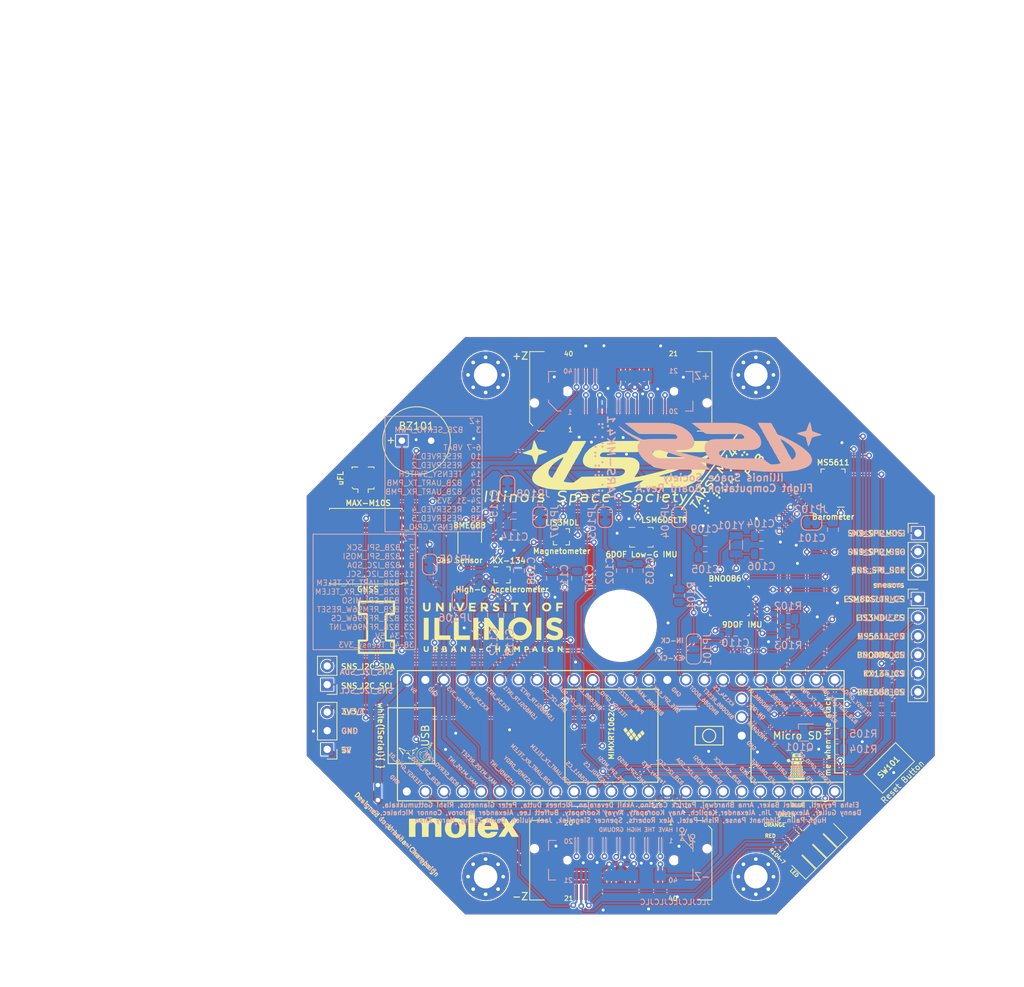
<source format=kicad_pcb>
(kicad_pcb (version 20211014) (generator pcbnew)
  (title_block (title "TARS MK4.1 Flight Computation Board") (date "2023-03-26") (rev "A") (company "Illinois Space Society") (comment 3 "Buffett Lee") (comment 4 "Contributors: Peter Giannetos, Eisha Peyyeti, Danny Guller, Rishi Patel, Siddhant Panse, "))
  (layers (0 "F.Cu" signal) (31 "B.Cu" signal) (34 "B.Paste" user) (35 "F.Paste" user) (36 "B.SilkS" user "B.Silkscreen") (37 "F.SilkS" user "F.Silkscreen") (38 "B.Mask" user) (39 "F.Mask" user) (44 "Edge.Cuts" user))
  (net 0 "")
  (net 1 "Net-(C101-Pad2)")
  (net 2 "Net-(C102-Pad2)")
  (net 3 "Net-(C104-Pad1)")
  (net 4 "Net-(C105-Pad1)")
  (net 5 "Net-(C106-Pad1)")
  (net 6 "Net-(C107-Pad2)")
  (net 7 "Net-(C108-Pad2)")
  (net 8 "Net-(C110-Pad1)")
  (net 9 "Net-(C112-Pad1)")
  (net 10 "Net-(D101-Pad2)")
  (net 11 "Net-(D102-Pad2)")
  (net 12 "Net-(D103-Pad2)")
  (net 13 "Net-(D104-Pad2)")
  (net 14 "Net-(C114-Pad1)")
  (net 15 "/RESERVED_2")
  (net 16 "/RESERVED_1")
  (net 17 "/RESERVED_4")
  (net 18 "/VBAT")
  (net 19 "/RESERVED_3")
  (net 20 "/3V3")
  (net 21 "/TEENSY_GPIO_1")
  (net 22 "/B2B_RFM96W_RESET")
  (net 23 "/B2B_RFM96W_CS")
  (net 24 "Net-(JP101-Pad2)")
  (net 25 "Net-(JP105-Pad2)")
  (net 26 "Net-(R102-Pad1)")
  (net 27 "Net-(R103-Pad1)")
  (net 36 "/B2B_UART_RX_TELEM")
  (net 37 "/B2B_UART_TX_TELEM")
  (net 38 "GND")
  (net 39 "/BNO086_BOOT")
  (net 40 "/SNS_SPI_SCK")
  (net 41 "/SNS_SPI_MISO")
  (net 42 "/BNO086_RESET")
  (net 43 "/BNO086_INT")
  (net 44 "/BNO086_CS")
  (net 45 "/SNS_SPI_MOSI")
  (net 46 "/5V")
  (net 47 "/B2B_I2C_SCL")
  (net 48 "/B2B_I2C_SDA")
  (net 49 "/PWM_BUZZER")
  (net 50 "/MS5611_CS")
  (net 51 "/B2B_SPI_MISO")
  (net 52 "/LSM6DSLTR_CS")
  (net 53 "/MAX-M10S_INT")
  (net 54 "/LED_BLUE")
  (net 55 "/LED_GREEN")
  (net 56 "/LED_ORANGE")
  (net 57 "/SNS_I2C_SCL")
  (net 58 "/LED_RED")
  (net 59 "/B2B_SPI_SCK")
  (net 60 "/B2B_SPI_MOSI")
  (net 61 "/SNS_I2C_SDA")
  (net 62 "/LSM6DSLTR_INT1")
  (net 63 "/LSM6DSLTR_INT2")
  (net 64 "/LIS3MDL_DRDY")
  (net 65 "/LIS3MDL_INT")
  (net 66 "/LIS3MDL_CS")
  (net 67 "/MAX-M10S_RESET")
  (net 68 "/KX134_CS")
  (net 69 "/KX134_INT1")
  (net 70 "/KX134_INT2")
  (net 71 "/B2B_SERVO_PWM")
  (net 72 "/Teensy_3V3")
  (net 73 "/BNO086_WAKE")
  (net 74 "/B2B_UART_TX_PMB")
  (net 75 "/B2B_UART_RX_PMB")
  (net 76 "/PROGRAM")
  (net 77 "Net-(J101-Pad1)")
  (net 78 "/TEENSY_ON{slash}OFF")
  (net 79 "Net-(Q101-Pad1)")
  (net 80 "/TEENSY_SWITCH")
  (net 81 "/BME688_CS")
  (net 82 "/B2B_RFM96W_INT")
  (footprint "Resistor_SMD:R_0805_2012Metric" (layer "F.Cu") (at 123.683839 128.733839 -45)
    (fp_text reference "R107" hide)
    (fp_text value "470")
  )
  (footprint "Package_LGA:LGA-12_2x2mm_P0.5mm" (layer "F.Cu") (at 83.805 93.045)
    (fp_text reference "U106" hide)
    (fp_text value "KX134-1211")
  )
  (footprint "Connector_PinHeader_2.54mm:PinHeader_1x06_P2.54mm_Vertical" (layer "F.Cu") (at 140.56 96.33)
    (fp_text reference "J108" hide)
    (fp_text value "Conn_01x06")
  )
  (footprint "Button_Switch_SMD:SW_SPST_FSMSM" (layer "F.Cu") (at 136.635 119.395 45)
    (fp_text reference "SW101")
    (fp_text value "FSMSM Switch")
  )
  (footprint "memes:pig" (layer "F.Cu") (at 73.35 117.36 15)
    (fp_text reference "G***" hide)
    (fp_text value "LOGO" hide)
  )
  (footprint "Package_LGA:LGA-8_3x5mm_P1.25mm" (layer "F.Cu") (at 128.975 81.2 180)
    (fp_text reference "U101" hide)
    (fp_text value "MS5611-01BA03")
  )
  (footprint "Logos_ISS:MOLEX" (layer "F.Cu") (at 78.59 127.11)
    (fp_text reference "G***" hide)
    (fp_text value "LOGO" hide)
  )
  (footprint "Connector_Coaxial:U.FL_Molex_MCRF_73412-0110_Vertical" (layer "F.Cu") (at 64.825 79.825)
    (fp_text reference "J101" hide)
    (fp_text value "U.FL")
  )
  (footprint "Resistor_SMD:R_0805_2012Metric" (layer "F.Cu") (at 122.233839 130.208839 -45)
    (fp_text reference "R106" hide)
    (fp_text value "470")
  )
  (footprint "Resistor_SMD:R_0805_2012Metric" (layer "F.Cu") (at 125.133839 127.308839 -45)
    (fp_text reference "R108" hide)
    (fp_text value "470")
  )
  (footprint "Connector_Molex_BTB:Molex_SlimStack_Receptacle_2091680401_2x20_P0.635mm" (layer "F.Cu") (at 100.000003 67.999991 180)
    (fp_text reference "J102" hide)
    (fp_text value "Molex_SlimStack_2091680401_2x20_P0.635mm")
  )
  (footprint "memes:floppa" (layer "F.Cu") (at 70.927809 117.59 -5)
    (fp_text reference "G***" hide)
    (fp_text value "LOGO" hide)
  )
  (footprint "RF_GPS:ublox_MAX" (layer "F.Cu") (at 65.195 89.135 180)
    (fp_text reference "U103" hide)
    (fp_text value "MAX-M10S")
  )
  (footprint "Logos_ISS:ISS_LOGO_extreme small" (layer "F.Cu") (at 100 78.146764)
    (fp_text reference "G***" hide)
    (fp_text value "LOGO" hide)
  )
  (footprint "LED_SMD:LED_0805_2012Metric" (layer "F.Cu") (at 127.633839 129.833839 135)
    (fp_text reference "D103" hide)
    (fp_text value "GREEN LED")
  )
  (footprint "LED_SMD:LED_0805_2012Metric" (layer "F.Cu") (at 129.083839 128.383839 135)
    (fp_text reference "D104" hide)
    (fp_text value "BLUE LED")
  )
  (footprint "Resistor_SMD:R_0805_2012Metric" (layer "F.Cu") (at 126.583839 125.858839 -45)
    (fp_text reference "R109" hide)
    (fp_text value "470")
  )
  (footprint "Connector_Molex_BTB:Molex_SlimStack_Receptacle_2091680401_2x20_P0.635mm" (layer "F.Cu") (at 100 132)
    (fp_text reference "J103" hide)
    (fp_text value "Molex_SlimStack_2091680401_2x20_P0.635mm")
  )
  (footprint "Package_LGA:LGA-28_5.2x3.8mm_P0.5mm" (layer "F.Cu") (at 114.835 96.615)
    (fp_text reference "U104" hide)
    (fp_text value "BNO086")
  )
  (footprint "memes:UIUC" (layer "F.Cu") (at 78.11 100.2)
    (fp_text reference "G***" hide)
    (fp_text value "LOGO" hide)
  )
  (footprint "MCU_Teensy:Teensy41" (layer "F.Cu") (at 100 115)
    (fp_text reference "U107" hide)
    (fp_text value "Teensy4.1")
  )
  (footprint "memes:dalec" (layer "F.Cu") (at 123.895 119.135)
    (fp_text reference "G***" hide)
    (fp_text value "LOGO" hide)
  )
  (footprint "LED_SMD:LED_0805_2012Metric" (layer "F.Cu") (at 124.733839 132.733839 135)
    (fp_text reference "D101" hide)
    (fp_text value "RED LED")
  )
  (footprint "LED_SMD:LED_0805_2012Metric" (layer "F.Cu") (at 126.183839 131.283839 135)
    (fp_text reference "D102" hide)
    (fp_text value "ORANGE LED")
  )
  (footprint "Connector_PinHeader_2.54mm:PinHeader_1x03_P2.54mm_Vertical" (layer "F.Cu") (at 59.928 116.859 180)
    (fp_text reference "J109" hide)
    (fp_text value "Conn_01x03")
  )
  (footprint "Connector_PinHeader_2.54mm:PinHeader_1x03_P2.54mm_Vertical" (layer "F.Cu") (at 140.56 87.34)
    (fp_text reference "J106" hide)
    (fp_text value "Conn_01x03")
  )
  (footprint "memes:MK4 braille" (layer "F.Cu") (at 114.4016 80.4672 53.4)
    (fp_text reference "G***" hide)
    (fp_text value "LOGO" hide)
  )
  (footprint "Package_LGA:LGA-12_2x2mm_P0.5mm" (layer "F.Cu") (at 91.9 87.85)
    (fp_text reference "U105" hide)
    (fp_text value "LIS3MDL")
  )
  (footprint "Package_LGA:Bosch_LGA-8_3x3mm_P0.8mm_ClockwisePinNumbering" (layer "F.Cu") (at 79.38 88.64 180)
    (fp_text reference "U108" hide)
    (fp_text value "BME688")
  )
  (footprint "Package_LGA:Bosch_LGA-14_3x2.5mm_P0.5mm" (layer "F.Cu") (at 102.82 87.91)
    (fp_text reference "U102" hide)
    (fp_text value "LSM6DSLTR")
  )
  (footprint "Connector_PinHeader_2.54mm:PinHeader_1x02_P2.54mm_Vertical" (layer "F.Cu") (at 59.928 108.026 180)
    (fp_text reference "J107" hide)
    (fp_text value "Conn_01x02")
  )
  (footprint "Buzzer_Beeper:MagneticBuzzer_PUI_AT-0927-TT-6-R" (layer "F.Cu") (at 70.125 74.725)
    (fp_text reference "BZ101")
    (fp_text value "Buzzer")
  )
  (footprint "Capacitor_SMD:C_0805_2012Metric" (layer "B.Cu") (at 119.205 87.705)
    (fp_text reference "C104")
    (fp_text value "22pF")
  )
  (footprint "Jumper:SolderJumper-2_P1.3mm_Bridged_RoundedPad1.0x1.5mm" (layer "B.Cu") (at 84.53 80.93 -90)
    (fp_text reference "JP108")
    (fp_text value "Jumper_NC_Small")
  )
  (footprint "Capacitor_SMD:C_0805_2012Metric" (layer "B.Cu") (at 85.48 86.17)
    (fp_text reference "C114")
    (fp_text value "0.1uF")
  )
  (footprint "Jumper:SolderJumper-2_P1.3mm_Bridged_RoundedPad1.0x1.5mm" (layer "B.Cu") (at 73.93 91.63 90)
    (fp_text reference "JP105")
    (fp_text value "Jumper_NC_Small")
  )
  (footprint "Resistor_SMD:R_0805_2012Metric" (layer "B.Cu") (at 129.47 116.84 180)
    (fp_text reference "R104")
    (fp_text value "100K")
  )
  (footprint "Jumper:SolderJumper-2_P1.3mm_Bridged_RoundedPad1.0x1.5mm" (layer "B.Cu") (at 126.04 85.94)
    (fp_text reference "JP102")
    (fp_text value "Jumper_NC_Small")
  )
  (footprint "Capacitor_SMD:C_0805_2012Metric" (layer "B.Cu") (at 85.48 83.8 180)
    (fp_text reference "C115")
    (fp_text value "0.1uF")
  )
  (footprint "Capacitor_SMD:C_0805_2012Metric" (layer "B.Cu") (at 94.035 93.505 90)
    (fp_text reference "C107")
    (fp_text value "1uF")
  )
  (footprint "Capacitor_SMD:C_0805_2012Metric" (layer "B.Cu") (at 119.205 90.205)
    (fp_text reference "C106")
    (fp_text value "22pF")
  )
  (footprint "Jumper:SolderJumper-3_P1.3mm_Open_RoundedPad1.0x1.5mm" (layer "B.Cu") (at 109.955 103.165 90)
    (fp_text reference "JP101")
    (fp_text value "SolderJumper_3_Open")
  )
  (footprint "Resistor_SMD:R_0805_2012Metric" (layer "B.Cu") (at 122.855 101.025)
    (fp_text reference "R103")
    (fp_text value "2.2k")
  )
  (footprint "Capacitor_SMD:C_0805_2012Metric" (layer "B.Cu") (at 84.77 98.545 90)
    (fp_text reference "C113")
    (fp_text value "0.1uF")
  )
  (footprint "Capacitor_SMD:C_0805_2012Metric" (layer "B.Cu") (at 111.545 88.425)
    (fp_text reference "C109")
    (fp_text value "0.1uF")
  )
  (footprint "Package_TO_SOT_SMD:SOT-323_SC-70" (layer "B.Cu") (at 124.98 114.57 180)
    (fp_text reference "Q101")
    (fp_text value "SSM3K16FU")
  )
  (footprint "Capacitor_SMD:C_0805_2012Metric" (layer "B.Cu") (at 90.615 93.505 90)
    (fp_text reference "C111")
    (fp_text value "100nF")
  )
  (footprint "Jumper:SolderJumper-2_P1.3mm_Bridged_RoundedPad1.0x1.5mm" (layer "B.Cu") (at 88.99 85.17 -90)
    (fp_text reference "JP107")
    (fp_text value "Jumper_2_Bridged")
  )
  (footprint "Capacitor_SMD:C_0805_2012Metric" (layer "B.Cu") (at 128.965 86.89 90)
    (fp_text reference "C101")
    (fp_text value "0.1uF")
  )
  (footprint "MountingHole:MountingHole_3.2mm_M3_Pad_Via" (layer "B.Cu") (at 118.442536 134.247282 180)
    (fp_text reference "REF**" hide)
    (fp_text value "MountingHole_3.2mm_M3_Pad_Via")
  )
  (footprint "MountingHole:MountingHole_3.2mm_M3_Pad_Via" (layer "B.Cu") (at 81.557464 134.247282 180)
    (fp_text reference "REF**" hide)
    (fp_text value "MountingHole_3.2mm_M3_Pad_Via")
  )
  (footprint "Connector_Molex_BTB:Molex_SlimStack_Plug_550910474_2x20_P0.365mm" (layer "B.Cu") (at 100.000003 67.990009)
    (fp_text reference "J104" hide)
    (fp_text value "Molex_SlimStack_Plug_550910474_2x20_P0.365mm")
  )
  (footprint "Resistor_SMD:R_0805_2012Metric" (layer "B.Cu") (at 107.975 95.865 90)
    (fp_text reference "R101")
    (fp_text value "10k")
  )
  (footprint "Logos_ISS:ISS_LOGO_extreme small" (layer "B.Cu") (at 114.005 75.665 180)
    (fp_text reference "G***" hide)
    (fp_text value "LOGO" hide)
  )
  (footprint "MountingHole:MountingHole_3.2mm_M3_Pad_Via" (layer "B.Cu") (at 81.557464 65.752718 180)
    (fp_text reference "REF**" hide)
    (fp_text value "MountingHole_3.2mm_M3_Pad_Via")
  )
  (footprint "Resistor_SMD:R_0805_2012Metric" (layer "B.Cu") (at 129.47 114.74)
    (fp_text reference "R105")
    (fp_text value "100")
  )
  (footprint "Resistor_SMD:R_0805_2012Metric" (layer "B.Cu") (at 122.855 99.035)
    (fp_text reference "R102")
    (fp_text value "2.2k")
  )
  (footprint "MountingHole:MountingHole_3.2mm_M3_Pad_Via" (layer "B.Cu") (at 118.442536 65.752718 180)
    (fp_text reference "REF**" hide)
    (fp_text value "MountingHole_3.2mm_M3_Pad_Via")
  )
  (footprint "Capacitor_SMD:C_0805_2012Metric" (layer "B.Cu") (at 111.545 90.615)
    (fp_text reference "C105")
    (fp_text value "0.1uF")
  )
  (footprint "memes:MK4 braille" (layer "B.Cu") (at 97.010868 77.272912 90)
    (fp_text reference "G***" hide)
    (fp_text value "LOGO" hide)
  )
  (footprint "Connector_Molex_BTB:Molex_SlimStack_Plug_550910474_2x20_P0.365mm" (layer "B.Cu") (at 100.000003 131.99999 180)
    (fp_text reference "J105" hide)
    (fp_text value "Molex_SlimStack_Plug_550910474_2x20_P0.365mm")
  )
  (footprint "Jumper:SolderJumper-2_P1.3mm_Bridged_RoundedPad1.0x1.5mm" (layer "B.Cu") (at 107.96 85.17 90)
    (fp_text reference "JP104")
    (fp_text value "Jumper_2_Bridged")
  )
  (footprint "Capacitor_SMD:C_0805_2012Metric" (layer "B.Cu") (at 102.315 92.465 90)
    (fp_text reference "C103")
    (fp_text value "0.1uF")
  )
  (footprint "Crystal:Crystal_SMD_3215-2Pin_3.2x1.5mm" (layer "B.Cu") (at 115.755 88.955 90)
    (fp_text reference "Y101")
    (fp_text value "32.768kHz")
  )
  (footprint "Capacitor_SMD:C_0805_2012Metric" (layer "B.Cu") (at 100.165 92.465 90)
    (fp_text reference "C102")
    (fp_text value "0.1uF")
  )
  (footprint "Jumper:SolderJumper-2_P1.3mm_Bridged_RoundedPad1.0x1.5mm" (layer "B.Cu") (at 77.99 96.51 90)
    (fp_text reference "JP106")
    (fp_text value "Jumper_NC_Small")
  )
  (footprint "Capacitor_SMD:C_0805_2012Metric" (layer "B.Cu") (at 82.56 98.545 -90)
    (fp_text reference "C112")
    (fp_text value "0.1uF")
  )
  (footprint "Capacitor_SMD:C_0805_2012Metric" (layer "B.Cu") (at 86.105 92.485 90)
    (fp_text reference "C108")
    (fp_text value "100nF")
  )
  (footprint "Jumper:SolderJumper-2_P1.3mm_Bridged_RoundedPad1.0x1.5mm" (layer "B.Cu") (at 97.87 85.17 -90)
    (fp_text reference "JP103")
    (fp_text value "Jumper_2_Bridged")
  )
  (footprint "Capacitor_SMD:C_0805_2012Metric" (layer "B.Cu") (at 115.675 100.655)
    (fp_text reference "C110")
    (fp_text value "0.1uF")
  )
  (gr_line (start 109.82 129.74) (end 109.51 129.83) (layer "B.SilkS") (width 0.15))
  (gr_line (start 108.37 128.88) (end 108.36 128.22) (layer "B.SilkS") (width 0.15))
  (gr_line (start 109.82 129.33) (end 109.52 129.42) (layer "B.SilkS") (width 0.15))
  (gr_line (start 108.38 128.91) (end 108.62 129.21) (layer "B.SilkS") (width 0.15))
  (gr_line (start 108.37 128.9) (end 108.19 129.25) (layer "B.SilkS") (width 0.15))
  (gr_circle (center 109.819312 128.74) (end 110.009312 128.96) (layer "B.SilkS") (width 0.15) (fill none))
  (gr_line (start 109.86 130.34) (end 109.82 129.74) (layer "B.SilkS") (width 0.15))
  (gr_line (start 108.65 128.59) (end 108.99 127.8) (layer "B.SilkS") (width 0.15))
  (gr_line (start 81.067 71.403) (end 67.817 71.403) (layer "B.SilkS") (width 0.12))
  (gr_circle (center 108.34 127.850688) (end 108.53 128.070688) (layer "B.SilkS") (width 0.15) (fill none))
  (gr_line (start 81.067 71.403) (end 81.067 87.163) (layer "B.SilkS") (width 0.12))
  (gr_line (start 108.4 128.46) (end 108.64 128.56) (layer "B.SilkS") (width 0.15))
  (gr_line (start 58.007 103.255) (end 71.957 103.255) (layer "B.SilkS") (width 0.12))
  (gr_line (start 108.34 128.47) (end 108.04 128.56) (layer "B.SilkS") (width 0.15))
  (gr_line (start 67.817 71.403) (end 67.817 87.163) (layer "B.SilkS") (width 0.12))
  (gr_line (start 109.52 129.42) (end 109.18 128.46) (layer "B.SilkS") (width 0.15))
  (gr_line (start 58.007 87.495) (end 58.007 103.255) (layer "B.SilkS") (width 0.12))
  (gr_line (start 109.51 129.83) (end 109.43 129.96) (layer "B.SilkS") (width 0.15))
  (gr_line (start 109.83 129.72) (end 109.83 129.09) (layer "B.SilkS") (width 0.15))
  (gr_line (start 67.817 87.163) (end 81.067 87.163) (layer "B.SilkS") (width 0.12))
  (gr_line (start 71.957 87.495) (end 58.007 87.495) (layer "B.SilkS") (width 0.12))
  (gr_line (start 109.89 129.36) (end 110.14 129.52) (layer "B.SilkS") (width 0.15))
  (gr_line (start 71.957 87.495) (end 71.957 103.255) (layer "B.SilkS") (width 0.12))
  (gr_line (start 115.8628 73.8844) (end 108.32 84.1) (layer "F.SilkS") (width 0.2))
  (gr_line locked (start 78.712663 60.47) (end 57.011885 82.19374) (layer "Edge.Cuts") (width 0.01))
  (gr_circle locked (center 100 100) (end 104.8125 100) (layer "Edge.Cuts") (width 0.01) (fill none))
  (gr_line locked (start 121.287337 139.53) (end 142.988115 117.80626) (layer "Edge.Cuts") (width 0.01))
  (gr_line locked (start 121.287337 139.53) (end 78.712663 139.53) (layer "Edge.Cuts") (width 0.01))
  (gr_line locked (start 142.988115 82.19374) (end 121.287337 60.47) (layer "Edge.Cuts") (width 0.01))
  (gr_line locked (start 142.988115 117.80626) (end 142.988115 82.19374) (layer "Edge.Cuts") (width 0.01))
  (gr_line locked (start 57.011885 82.19374) (end 57.011885 117.80626) (layer "Edge.Cuts") (width 0.01))
  (gr_line locked (start 57.011885 117.80626) (end 78.712663 139.53) (layer "Edge.Cuts") (width 0.01))
  (gr_line locked (start 121.287337 60.47) (end 78.712663 60.47) (layer "Edge.Cuts") (width 0.01))
  (gr_text "SNS_I2C_SDA" (at 65.302143 106.31) (layer "B.SilkS") (effects (font (size 0.75 0.75)) (justify mirror)))
  (gr_text "Eisha Peyyeti, Daniel Baker, Arna Bhardwaj, Patrick Cassino, Akhil Devarajan, Richeek Dutta, Peter Giannetos, Rishi Gottumukkala,\nDanny Guller, Alexander Jin, Alexander Kaplich, Anay Koorapaty, Avyay Koorapaty, Buffett Lee, Alexander Maiorov, Connor Michalec,\nHugh Palin, Siddhant Panse, Rishi Patel, Alex Roberts, Spencer Siegellak, Jack Vulich, David Zhang, Harry Zhao" (at 100 125.5) (layer "B.SilkS") (effects (font (size 0.65 0.65)) (justify mirror)))
  (gr_text "B2B_I2C_SDA" (at 109.395 119.835 -45) (layer "B.SilkS") (effects (font (size 0.5 0.5) (thickness 0.12)) (justify mirror)))
  (gr_text "MAX_M10S_INT" (at 78.435 119.835 -45) (layer "B.SilkS") (effects (font (size 0.5 0.5) (thickness 0.12)) (justify mirror)))
  (gr_text "ON/OFF" (at 118.55 111.64 -45) (layer "B.SilkS") (effects (font (size 0.5 0.5) (thickness 0.12)) (justify mirror)))
  (gr_text "KX134_CS" (at 136.039286 106.53) (layer "B.SilkS") (effects (font (size 0.75 0.75)) (justify mirror)))
  (gr_text "LIS3MDL_DRDY" (at 86.045 119.815 -45) (layer "B.SilkS") (effects (font (size 0.5 0.5) (thickness 0.12)) (justify mirror)))
  (gr_text "I HAVE THE HIGH GROUND" (at 102.41 127.84) (layer "B.SilkS") (effects (font (size 0.55 0.55) (thickness 0.12)) (justify mirror)))
  (gr_text "EX-CK" (at 106.758333 104.41) (layer "B.SilkS") (effects (font (size 0.65 0.65)) (justify mirror)))
  (gr_text "snesors" (at 136.58 94.41) (layer "B.SilkS") (effects (font (size 0.65 0.65)) (justify mirror)))
  (gr_text "-Z\n2  B2B_SPI_SCK\n5  B2B_SPI_MOSI\n8  B2B_I2C_SDA\n11 B2B_I2C_SCL\n14 B2B_UART_TX_TELEM\n17 B2B_UART_RX_TELEM\n20 B2B_SPI_MISO\n21 B2B_RFM96W_RESET\n22 B2B_RFM96W_CS\n23 B2B_RFM96W_INT\n27~34 5V\n38~40 Teensy_3V3" (at 71.882 95.3516) (layer "B.SilkS") (effects (font (size 0.75 0.75) (thickness 0.11)) (justify left mirror)))
  (gr_text "SNS_SPI_MISO" (at 101.485 119.755 -45) (layer "B.SilkS") (effects (font (size 0.5 0.5) (thickness 0.12)) (justify mirror)))
  (gr_text "B2B_UART_TX_TELEM" (at 90.455 118.985 -45) (layer "B.SilkS") (effects (font (size 0.5 0.5) (thickness 0.12)) (justify mirror)))
  (gr_text "LIS3MDL_CS" (at 135.539286 98.91) (layer "B.SilkS") (effects (font (size 0.75 0.75)) (justify mirror)))
  (gr_text "BME688_CS" (at 135.63 109.07) (layer "B.SilkS") (effects (font (size 0.75 0.75)) (justify mirror)))
  (gr_text "LSM6DSLTR_CS" (at 134.7 96.37) (layer "B.SilkS") (effects (font (size 0.75 0.75)) (justify mirror)))
  (gr_text "Teensy_3V3" (at 77.875 109.915 -45) (layer "B.SilkS") (effects (font (size 0.5 0.5) (thickness 0.1)) (justify mirror)))
  (gr_text "MAX_M10S_RESET" (at 80.625 119.365 -45) (layer "B.SilkS") (effects (font (size 0.5 0.5) (thickness 0.12)) (justify mirror)))
  (gr_text "KX134_INT1" (at 80.325 109.935 -45) (layer "B.SilkS") (effects (font (size 0.5 0.5) (thickness 0.12)) (justify mirror)))
  (gr_text "GND" (at 69.155 121.015 -45) (layer "B.SilkS") (effects (font (size 0.5 0.5) (thickness 0.12)) (justify mirror)))
  (gr_text "LSM6DSLTR_INT2" (at 88.595 110.705 -45) (layer "B.SilkS") (effects (font (size 0.5 0.5) (thickness 0.12)) (justify mirror)))
  (gr_text "40" (at 92.79 65.25) (layer "B.SilkS") (effects (font (size 0.65 0.65) (thickness 0.12)) (justify mirror)))
  (gr_text "B2B_UART_RX_PMB" (at 129.735 110.785 -45) (layer "B.SilkS") (effects (font (size 0.5 0.5) (thickness 0.12)) (justify mirror)))
  (gr_text "MS5611_CS" (at 135.628572 101.45) (layer "B.SilkS") (effects (font (size 0.75 0.75)) (justify mirror)))
  (gr_text "MS5611_CS" (at 94.145 120.145 -45) (layer "B.SilkS") (effects (font (size 0.5 0.5) (thickness 0.12)) (justify mirror)))
  (gr_text "B2B_SPI_MISO" (at 73.365 119.875 -45) (layer "B.SilkS") (effects (font (size 0.5 0.5) (thickness 0.12)) (justify mirror)))
  (gr_text "Teensy_3V3" (at 104.485 120.085 -45) (layer "B.SilkS") (effects (font (size 0.5 0.5) (thickness 0.12)) (justify mirror)))
  (gr_text "PWM_BUZZER" (at 101.265 110.235 -45) (layer "B.SilkS") (effects (font (size 0.5 0.5) (thickness 0.12)) (justify mirror)))
  (gr_text "-Z" (at 111.13 134.23) (layer "B.SilkS") (effects (font (size 1 1)) (justify mirror)))
  (gr_text "B2B_SPI_SCK" (at 114.545 119.755 -45) (layer "B.SilkS") (effects (font (size 0.5 0.5) (thickness 0.12)) (justify mirror)))
  (gr_text "1" (at 93.06 70.84) (layer "B.SilkS") (effects (font (size 0.65 0.65) (thickness 0.12)) (justify mirror)))
  (gr_text "1" (at 106.85 129.34) (layer "B.SilkS") (effects (font (size 0.65 0.65) (thickness 0.12)) (justify mirror)))
  (gr_text "21" (at 107.18 65.22) (layer "B.SilkS") (effects (font (size 0.65 0.65) (thickness 0.12)) (justify mirror)))
  (gr_text "SNS_SPI_MOSI" (at 98.835 119.785 -45) (layer "B.SilkS") (effects (font (size 0.5 0.5) (thickness 0.12)) (justify mirror)))
  (gr_text "LSM6DSLTR_CS" (at 124.195 110.355 -45) (layer "B.SilkS") (effects (font (size 0.5 0.5) (thickness 0.12)) (justify mirror)))
  (gr_text "BNO086_WAKE" (at 103.855 110.295 -45) (layer "B.SilkS") (effects (font (size 0.5 0.5) (thickness 0.12)) (justify mirror)))
  (gr_text "SNS_SPI_MISO" (at 134.91 89.93) (layer "B.SilkS") (effects (font (size 0.75 0.75)) (justify mirror)))
  (gr_text "20" (at 107.2 70.74) (layer "B.SilkS") (effects (font (size 0.65 0.65) (thickness 0.12)) (justify mirror)))
  (gr_text "+Z\n3   B2B_SERVO_PWM\n\n6~7 VBAT\n10  RESERVED_1\n12  RESERVED_2\n14  TEENSY_SWITCH\n17  B2B_UART_TX_PMB\n20  B2B_UART_RX_PMB\n24~31 3V3\n36  RESERVED_4\n38  RESERVED_5\n40  TEENSY_GPIO_1" (at 81.012 79.293) (layer "B.SilkS") (effects (font (size 0.75 0.75) (thickness 0.11)) (justify left mirror)))
  (gr_text "GND" (at 74.365 109.015 -45) (layer "B.SilkS") (effects (font (size 0.5 0.5) (thickness 0.12)) (justify mirror)))
  (gr_text "BNO086_INT" (at 118.825 109.995 -45) (layer "B.SilkS") (effects (font (size 0.5 0.5) (thickness 0.12)) (justify mirror)))
  (gr_text "TEENSY_GPIO_3" (at 131.995 110.245 -45) (layer "B.SilkS") (effects (font (size 0.5 0.5) (thickness 0.12)) (justify mirror)))
  (gr_text "GND" (at 117.835 116.375 -45) (layer "B.SilkS") (effects (font (size 0.5 0.5) (thickness 0.12)) (justify mirror)))
  (gr_text "5V" (at 71.715 108.785 -45) (layer "B.SilkS") (effects (font (size 0.5 0.5) (thickness 0.12)) (justify mirror)))
  (gr_text "LED_GREEN" (at 122.325 120.065 -45) (layer "B.SilkS") (effects (font (size 0.5 0.5) (thickness 0.12)) (justify mirror)))
  (gr_text "B2B_SERVO_PWM" (at 75.535 119.555 -45) (layer "B.SilkS") (effects (font (size 0.5 0.5) (thickness 0.12)) (justify mirror)))
  (gr_text "KX134_CS" (at 114.06 109.57 -45) (layer "B.SilkS") (effects (font (size 0.5 0.5) (thickness 0.12)) (justify mirror)))
  (gr_text "SNS_SPI_SCK" (at 135.16 92.43) (layer "B.SilkS") (effects (font (size 0.75 0.75)) (justify mirror)))
  (gr_text "GND" (at 63.005714 114.365) (layer "B.SilkS") (effects (font (size 0.75 0.75)) (justify mirror)))
  (gr_text "B2B_I2C_SCL" (at 106.735 119.875 -45) (layer "B.SilkS") (effects (font (size 0.5 0.5) (thickness 0.12)) (justify mirror)))
  (gr_text "Illinois Space Society" (at 114.005 79.775) (layer "B.SilkS") (effects (font (size 1 1) (thickness 0.2)) (justify mirror)))
  (gr_text "BNO086_CS" (at 135.610715 103.99) (layer "B.SilkS") (effects (font (size 0.75 0.75)) (justify mirror)))
  (gr_text "LSM6DSLTR_INT1" (at 86.265 110.485 -45) (layer "B.SilkS") (effects (font (size 0.5 0.5) (thickness 0.12)) (justify mirror)))
  (gr_text "BNO086_RESET" (at 113.345 110.675 -45) (layer "B.SilkS") (effects (font (size 0.5 0.5) (thickness 0.12)) (justify mirror)))
  (gr_text "+Z" (at 111.13 65.87) (layer "B.SilkS") (effects (font (size 1 1)) (justify mirror)))
  (gr_text "SNS_I2C_SDA" (at 93.355 110.085 -45) (layer "B.SilkS") (effects (font (size 0.5 0.5) (thickness 0.12)) (justify mirror)))
  (gr_text "BME688_CS" (at 95.77 109.87 -45) (layer "B.SilkS") (effects (font (size 0.5 0.5) (thickness 0.12)) (justify mirror)))
  (gr_text "LED_BLUE" (at 125.065 120.275 -45) (layer "B.SilkS") (effects (font (size 0.5 0.5) (thickness 0.12)) (justify mirror)))
  (gr_text "5V" (at 62.541428 116.99) (layer "B.SilkS") (effects (font (size 0.75 0.75)) (justify mirror)))
  (gr_text "LIS3MDL_INT" (at 83.865 120.085 -45) (layer "B.SilkS") (effects (font (size 0.5 0.5) (thickness 0.12)) (justify mirror)))
  (gr_text "BNO086_BOOT" (at 111.365 110.195 -45) (layer "B.SilkS") (effects (font (size 0.5 0.5) (thickness 0.12)) (justify mirror)))
  (gr_text "40" (at 107.15 134.74) (layer "B.SilkS") (effects (font (size 0.65 0.65) (thickness 0.12)) (justify mirror)))
  (gr_text "SNS_SPI_SCK" (at 106.235 110.075 -45) (layer "B.SilkS") (effects (font (size 0.5 0.5) (thickness 0.12)) (justify mirror)))
  (gr_text "KX134_INT2" (at 83.215 110.015 -45) (layer "B.SilkS") (effects (font (size 0.5 0.5) (thickness 0.12)) (justify mirror)))
  (gr_text "B2B_UART_TX_PMB" (at 127.005 110.805 -45) (layer "B.SilkS") (effects (font (size 0.5 0.5) (thickness 0.12)) (justify mirror)))
  (gr_text "TARS-MK4.1" (at 98.660001 77.089991 270) (layer "B.SilkS") (effects (font (size 1 1.25) (thickness 0.2) italic) (justify mirror)))
  (gr_text "Designed in Shampoo Banana" (at 69.44 128.48 -45) (layer "B.SilkS") (effects (font (size 0.65 0.65) (thickness 0.13)) (justify mirror)))
  (gr_text "IN-CK" (at 107.02 102.02) (layer "B.SilkS") (effects (font (size 0.65 0.65)) (justify mirror)))
  (gr_text "GND" (at 107.575 109.045 -45) (layer "B.SilkS") (effects (font (size 0.5 0.5) (thickness 0.12)) (justify mirror)))
  (gr_text "LED_RED" (at 117.445 120.455 -45) (layer "B.SilkS") (effects (font (size 0.5 0.5) (thickness 0.12)) (justify mirror)))
  (gr_text "TEENSY_GPIO_02" (at 126.575 119.525 -45) (layer "B.SilkS") (effects (font (size 0.5 0.5) (thickness 0.12)) (justify mirror)))
  (gr_text "21" (at 92.83 134.74) (layer "B.SilkS") (effects (font (size 0.65 0.65) (thickness 0.12)) (justify mirror)))
  (gr_text "SNS_SPI_MOSI" (at 134.91 87.39) (layer "B.SilkS") (effects (font (size 0.75 0.75)) (justify mirror)))
  (gr_text "B2B_UART_RX_TELEM" (at 87.805 118.985 -45) (layer "B.SilkS") (effects (font (size 0.5 0.5) (thickness 0.12)) (justify mirror)))
  (gr_text "LIS3MDL_CS" (at 96.585 120.185 -45) (layer "B.SilkS") (effects (font (size 0.5 0.5) (thickness 0.12)) (justify mirror)))
  (gr_text "3V3_T" (at 63.47 111.71) (layer "B.SilkS") (effects (font (size 0.75 0.75)) (justify mirror)))
  (gr_text "B2B_SPI_MOSI" (at 111.845 119.665 -45) (layer "B.SilkS") (effects (font (size 0.5 0.5) (thickness 0.12)) (justify mirror)))
  (gr_text "TEENSY_GPIO_4\n" (at 98.725 110.415 -45) (layer "B.SilkS") (effects (font (size 0.5 0.5) (thickness 0.12)) (justify mirror)))
  (gr_text "SNS_I2C_SCL" (at 90.815 109.995 -45) (layer "B.SilkS") (effects (font (size 0.5 0.5) (thickness 0.12)) (justify mirror)))
  (gr_text "BNO086_CS" (at 121.195 109.955 -45) (layer "B.SilkS") (effects (font (size 0.5 0.5) (thickness 0.12)) (justify mirror)))
  (gr_text "LED_ORANGE" (at 119.495 119.915 -45) (layer "B.SilkS") (effects (font (size 0.5 0.5) (thickness 0.12)) (justify mirror)))
  (gr_text "TEENSY_GPIO_01" (at 70.595 119.545 -45) (layer "B.SilkS") (effects (font (size 0.5 0.5) (thickness 0.12)) (justify mirror)))
  (gr_text "20\n" (at 92.86 129.42) (layer "B.SilkS") (effects (font (size 0.65 0.65) (thickness 0.12)) (justify mirror)))
  (gr_text "JLCJLCJLCJLCJLC" (at 107.44 137.71) (layer "B.SilkS") (effects (font (size 0.75 0.75) (thickness 0.12)) (justify mirror)))
  (gr_text "PROGRAM" (at 118.615 114.425 -45) (layer "B.SilkS") (effects (font (size 0.5 0.5) (thickness 0.12)) (justify mirror)))
  (gr_text "Flight Computation Board Rev.A" (at 114.149988 81.220005) (layer "B.SilkS") (effects (font (size 1 1) (thickness 0.2)) (justify mirror)))
  (gr_text "SNS_I2C_SCL" (at 65.3 108.86) (layer "B.SilkS") (effects (font (size 0.75 0.75)) (justify mirror)))
  (gr_text "MAX-M10S" (at 65.525 83.25) (layer "F.SilkS") (effects (font (size 0.75 0.75))))
  (gr_text "R104~7" (at 121.355 131.435 -45) (layer "F.SilkS") (effects (font (size 0.5 0.5) (thickness 0.12))))
  (gr_text "High-G Accelerometer" (at 83.81 95.03) (layer "F.SilkS") (effects (font (size 0.75 0.75))))
  (gr_text "Gas Sensor" (at 77.94 91.06) (layer "F.SilkS") (effects (font (size 0.75 0.75))))
  (gr_text "20" (at 92.89 126.89) (layer "F.SilkS") (effects (font (size 0.65 0.65) (thickness 0.12))))
  (gr_text "Reset Button" (at 138.475 121.3 45) (layer "F.SilkS") (effects (font (size 0.8 0.8) (thickness 0.12))))
  (gr_text "uFL" (at 61.75 79.875 90) (layer "F.SilkS") (effects (font (size 0.75 0.75))))
  (gr_text "FCB" (at 117.094 79.6544 53.4) (layer "F.SilkS") (effects (font (size 1 1.25) (thickness 0.2) italic) (justify left)))
  (gr_text "BME688" (at 79.36 86.3) (layer "F.SilkS") (effects (font (size 0.75 0.75))))
  (gr_text "Designed in Urbana-Champaign" (at 69.43 128.49 -45) (layer "F.SilkS") (effects (font (size 0.65 0.65) (thickness 0.13))))
  (gr_text "6DOF Low-G IMU" (at 102.83 90.26) (layer "F.SilkS") (effects (font (size 0.75 0.75))))
  (gr_text "LIS3MDL" (at 91.99 85.92) (layer "F.SilkS") (effects (font (size 0.75 0.75))))
  (gr_text "MS5611_CS" (at 135.498572 101.46) (layer "F.SilkS") (effects (font (size 0.75 0.75))))
  (gr_text "SNS_SPI_SCK" (at 135.16 92.43) (layer "F.SilkS") (effects (font (size 0.75 0.75))))
  (gr_text "KX134_CS" (at 135.909286 106.54) (layer "F.SilkS") (effects (font (size 0.75 0.75))))
  (gr_text "MS5611" (at 129 77.71) (layer "F.SilkS") (effects (font (size 0.75 0.75))))
  (gr_text "ORANGE" (at 121.005 127.175) (layer "F.SilkS") (effects (font (size 0.5 0.5) (thickness 0.12))))
  (gr_text "40" (at 92.88 62.87) (layer "F.SilkS") (effects (font (size 0.65 0.65) (thickness 0.12))))
  (gr_text "BME688_CS" (at 135.48 109.07) (layer "F.SilkS") (effects (font (size 0.75 0.75))))
  (gr_text "BLUE" (at 124.225 124.495) (layer "F.SilkS") (effects (font (size 0.5 0.5) (thickness 0.12))))
  (gr_text "Illinois Space Society" (at 95.13 82.39) (layer "F.SilkS") (effects (font (size 1.4 1.7) (thickness 0.2) italic)))
  (gr_text "20" (at 107.16 73.24) (layer "F.SilkS") (effects (font (size 0.65 0.65) (thickness 0.12))))
  (gr_text "KX-134" (at 84.75 91.11) (layer "F.SilkS") (effects (font (size 0.75 0.75))))
  (gr_text "40" (at 107.11 137.23) (layer "F.SilkS") (effects (font (size 0.65 0.65) (thickness 0.12))))
  (gr_text "GNSS" (at 65.5 95.025) (layer "F.SilkS") (effects (font (size 0.75 0.75))))
  (gr_text "SNS_I2C_SDA" (at 65.475 105.575) (layer "F.SilkS") (effects (font (size 0.75 0.75))))
  (gr_text "RED" (at 120.415 128.675) (layer "F.SilkS") (effects (font (size 0.5 0.5) (thickness 0.12))))
  (gr_text "GREEN" (at 122.615 125.815) (layer "F.SilkS") (effects (font (size 0.5 0.5) (thickness 0.12))))
  (gr_text "21" (at 92.89 137.21) (layer "F.SilkS") (effects (font (size 0.65 0.65) (thickness 0.12))))
  (gr_text "TARS-MK4.1" (at 113.244425 79.239896 53.4) (layer "F.SilkS") (effects (font (size 1 1.25) (thickness 0.2) italic)))
  (gr_text "LSM6DSLTR_CS" (at 134.57 96.38) (layer "F.SilkS") (effects (font (size 0.75 0.75))))
  (gr_text "GND" (at 62.995714 114.365) (layer "F.SilkS") (effects (font (size 0.75 0.75))))
  (gr_text "5V" (at 62.531428 116.99) (layer "F.SilkS") (effects (font (size 0.75 0.75))))
  (gr_text "SNS_SPI_MISO" (at 134.91 89.93) (layer "F.SilkS") (effects (font (size 0.75 0.75))))
  (gr_text "Magnetometer" (at 91.95 89.8) (layer "F.SilkS") (effects (font (size 0.75 0.75))))
  (gr_text "snesors" (at 136.58 94.41) (layer "F.SilkS") (effects (font (size 0.75 0.75))))
  (gr_text "SNS_SPI_MOSI" (at 134.91 87.39) (layer "F.SilkS") (effects (font (size 0.75 0.75))))
  (gr_text "while(!Serial){ }" (at 67.23 115 270) (layer "F.SilkS") (effects (font (size 0.75 0.75))))
  (gr_text "Barometer" (at 128.99 85.12) (layer "F.SilkS") (effects (font (size 0.75 0.75))))
  (gr_text "9DOF IMU" (at 116.58 99.84) (layer "F.SilkS") (effects (font (size 0.75 0.75))))
  (gr_text "21" (at 107.19 62.85) (layer "F.SilkS") (effects (font (size 0.65 0.65) (thickness 0.12))))
  (gr_text "-Z" (at 86.27 136.95) (layer "F.SilkS") (effects (font (size 1 1))))
  (gr_text "LSM6DSLTR" (at 105.95 85.56) (layer "F.SilkS") (effects (font (size 0.75 0.75))))
  (gr_text "LED" (at 123.695 133.735 -45) (layer "F.SilkS") (effects (font (size 0.5 0.5) (thickness 0.12))))
  (gr_text "3V3_T" (at 63.46 111.71) (layer "F.SilkS") (effects (font (size 0.75 0.75))))
  (gr_text "BNO086_CS" (at 135.480715 104) (layer "F.SilkS") (effects (font (size 0.75 0.75))))
  (gr_text "1" (at 93.13 73.23) (layer "F.SilkS") (effects (font (size 0.65 0.65) (thickness 0.12))))
  (gr_text "+Z" (at 86.27 63.15) (layer "F.SilkS") (effects (font (size 1 1))))
  (gr_text "LIS3MDL_CS" (at 135.409286 98.92) (layer "F.SilkS") (effects (font (size 0.75 0.75))))
  (gr_text "BNO086" (at 114.23 93.56) (layer "F.SilkS") (effects (font (size 0.75 0.75))))
  (gr_text "1" (at 106.84 126.87) (layer "F.SilkS") (effects (font (size 0.65 0.65) (thickness 0.12))))
  (gr_text "{dblquote}me when the stack{dblquote}" (at 128.25 115.075 90) (layer "F.SilkS") (effects (font (size 0.75 0.75))))
  (gr_text "SNS_I2C_SCL" (at 65.45 108.2) (layer "F.SilkS") (effects (font (size 0.75 0.75))))
  (segment (start 130.05 84.59) (end 130.05 83.075) (width 0.25) (layer "F.Cu") (net 1))
  (via (at 130.05 84.59) (size 0.8) (drill 0.4) (layers "F.Cu" "B.Cu") (net 1))
  (segment (start 130.05 84.59) (end 128.965 85.675) (width 0.25) (layer "B.Cu") (net 1))
  (segment (start 126.69 85.94) (end 128.965 85.94) (width 0.25) (layer "B.Cu") (net 1))
  (segment (start 105.26 89.27) (end 105.26 90.55) (width 0.25) (layer "F.Cu") (net 2))
  (segment (start 104.0825 88.66) (end 104.65 88.66) (width 0.25) (layer "F.Cu") (net 2))
  (segment (start 104.65 88.66) (end 105.26 89.27) (width 0.25) (layer "F.Cu") (net 2))
  (segment (start 104.25 91.51) (end 104.3 91.51) (width 0.25) (layer "F.Cu") (net 2))
  (segment (start 102.32 88.9225) (end 102.32 89.58) (width 0.25) (layer "F.Cu") (net 2))
  (segment (start 105.26 90.55) (end 104.3 91.51) (width 0.25) (layer "F.Cu") (net 2))
  (segment (start 102.32 89.58) (end 104.25 91.51) (width 0.25) (layer "F.Cu") (net 2))
  (via (at 104.3 91.51) (size 0.8) (drill 0.4) (layers "F.Cu" "B.Cu") (net 2))
  (segment (start 100.165 91.515) (end 97.875 89.225) (width 0.5) (layer "B.Cu") (net 2))
  (segment (start 104.295 91.515) (end 102.315 91.515) (width 0.25) (layer "B.Cu") (net 2))
  (segment (start 100.165 91.515) (end 102.315 91.515) (width 0.5) (layer "B.Cu") (net 2))
  (segment (start 97.875 89.225) (end 97.875 85.825) (width 0.5) (layer "B.Cu") (net 2))
  (segment (start 104.3 91.51) (end 104.295 91.515) (width 0.25) (layer "B.Cu") (net 2))
  (segment (start 113.585 92.31) (end 113.585 94.9525) (width 0.25) (layer "F.Cu") (net 3))
  (via (at 113.585 92.31) (size 0.8) (drill 0.4) (layers "F.Cu" "B.Cu") (net 3))
  (segment (start 113.585 92.31) (end 113.585 89.875) (width 0.25) (layer "B.Cu") (net 3))
  (segment (start 113.585 89.875) (end 115.755 87.705) (width 0.25) (layer "B.Cu") (net 3))
  (segment (start 118.255 87.705) (end 115.755 87.705) (width 0.25) (layer "B.Cu") (net 3))
  (segment (start 111.41 93.41) (end 112.35 93.41) (width 0.25) (layer "F.Cu") (net 4))
  (segment (start 111.435 96.365) (end 112.4475 96.365) (width 0.25) (layer "F.Cu") (net 4))
  (segment (start 113.085 94.145) (end 113.085 94.9525) (width 0.25) (layer "F.Cu") (net 4))
  (segment (start 117.465 103.385) (end 119.485 103.385) (width 0.25) (layer "F.Cu") (net 4))
  (segment (start 109.955 94.865) (end 111.41 93.41) (width 0.25) (layer "F.Cu") (net 4))
  (segment (start 109.955 98.185) (end 109.965 98.195) (width 0.25) (layer "F.Cu") (net 4))
  (segment (start 109.955 94.865) (end 109.955 98.185) (width 0.25) (layer "F.Cu") (net 4))
  (segment (start 111.83 97.365) (end 111.448 97.747) (width 0.25) (layer "F.Cu") (net 4))
  (segment (start 112.4475 97.365) (end 111.83 97.365) (width 0.25) (layer "F.Cu") (net 4))
  (segment (start 109.955 94.885) (end 111.435 96.365) (width 0.25) (layer "F.Cu") (net 4))
  (segment (start 112.35 93.41) (end 113.085 94.145) (width 0.25) (layer "F.Cu") (net 4))
  (via (at 117.465 103.385) (size 0.8) (drill 0.4) (layers "F.Cu" "B.Cu") (net 4))
  (via (at 111.448 97.747) (size 0.8) (drill 0.4) (layers "F.Cu" "B.Cu") (net 4))
  (via (at 109.955 94.865) (size 0.8) (drill 0.4) (layers "F.Cu" "B.Cu") (net 4))
  (via (at 119.485 103.385) (size 0.8) (drill 0.4) (layers "F.Cu" "B.Cu") (net 4))
  (via (at 109.965 98.195) (size 0.8) (drill 0.4) (layers "F.Cu" "B.Cu") (net 4))
  (segment (start 107.96 85.82) (end 107.96 94.9375) (width 0.5) (layer "B.Cu") (net 4))
  (segment (start 109.955 101.865) (end 113.465 101.865) (width 0.25) (layer "B.Cu") (net 4))
  (segment (start 111.448 96.358) (end 109.955 94.865) (width 0.25) (layer "B.Cu") (net 4))
  (segment (start 110.595 88.425) (end 110.595 90.615) (width 0.25) (layer "B.Cu") (net 4))
  (segment (start 109.955 94.865) (end 107.975 94.865) (width 0.25) (layer "B.Cu") (net 4))
  (segment (start 107.99 85.82) (end 110.595 88.425) (width 0.5) (layer "B.Cu") (net 4))
  (segment (start 111.448 97.747) (end 111.448 96.358) (width 0.25) (layer "B.Cu") (net 4))
  (segment (start 109.965 98.195) (end 109.965 101.855) (width 0.25) (layer "B.Cu") (net 4))
  (segment (start 113.465 101.865) (end 114.985 103.385) (width 0.25) (layer "B.Cu") (net 4))
  (segment (start 123.855 101.025) (end 121.495 103.385) (width 0.25) (layer "B.Cu") (net 4))
  (segment (start 121.495 103.385) (end 119.485 103.385) (width 0.25) (layer "B.Cu") (net 4))
  (segment (start 114.985 103.385) (end 117.465 103.385) (width 0.25) (layer "B.Cu") (net 4))
  (segment (start 123.855 101.025) (end 123.855 99.035) (width 0.25) (layer "B.Cu") (net 4))
  (segment (start 114.085 93.915) (end 114.085 94.9525) (width 0.25) (layer "F.Cu") (net 5))
  (segment (start 114.085 93.805) (end 115.76 92.13) (width 0.25) (layer "F.Cu") (net 5))
  (segment (start 114.085 93.915) (end 114.085 93.805) (width 0.25) (layer "F.Cu") (net 5))
  (via (at 115.76 92.13) (size 0.8) (drill 0.4) (layers "F.Cu" "B.Cu") (net 5))
  (segment (start 115.755 90.205) (end 118.255 90.205) (width 0.25) (layer "B.Cu") (net 5))
  (segment (start 115.76 92.13) (end 115.76 90.21) (width 0.25) (layer "B.Cu") (net 5))
  (segment (start 91.65 89.86) (end 91.655 89.865) (width 0.25) (layer "F.Cu") (net 6))
  (segment (start 91.65 88.6125) (end 91.65 89.86) (width 0.25) (layer "F.Cu") (net 6))
  (segment (start 90.585 90.935) (end 88.995 90.935) (width 0.25) (layer "F.Cu") (net 6))
  (segment (start 91.655 89.865) (end 90.585 90.935) (width 0.25) (layer "F.Cu") (net 6))
  (segment (start 91.65 88.6125) (end 92.15 88.6125) (width 0.25) (layer "F.Cu") (net 6))
  (via (at 88.995 90.935) (size 0.8) (drill 0.4) (layers "F.Cu" "B.Cu") (net 6))
  (segment (start 90.615 92.555) (end 94.035 92.555) (width 0.25) (layer "B.Cu") (net 6))
  (segment (start 88.99 85.82) (end 88.99 90.93) (width 0.5) (layer "B.Cu") (net 6))
  (segment (start 88.99 90.93) (end 88.995 90.935) (width 0.5) (layer "B.Cu") (net 6))
  (segment (start 88.995 90.935) (end 90.615 92.555) (width 0.25) (layer "B.Cu") (net 6))
  (segment (start 91.1375 88.6) (end 88.12 88.6) (width 0.25) (layer "F.Cu") (net 7))
  (segment (start 88.12 88.6) (end 88.115 88.605) (width 0.25) (layer "F.Cu") (net 7))
  (via (at 88.115 88.605) (size 0.8) (drill 0.4) (layers "F.Cu" "B.Cu") (net 7))
  (segment (start 88.115 88.605) (end 86.105 90.615) (width 0.25) (layer "B.Cu") (net 7))
  (segment (start 86.105 90.615) (end 86.105 91.535) (width 0.25) (layer "B.Cu") (net 7))
  (segment (start 114.085 98.2775) (end 114.085 99.505) (width 0.25) (layer "F.Cu") (net 8))
  (segment (start 114.085 99.505) (end 112.915 100.675) (width 0.25) (layer "F.Cu") (net 8))
  (via (at 112.915 100.675) (size 0.8) (drill 0.4) (layers "F.Cu" "B.Cu") (net 8))
  (segment (start 114.725 100.655) (end 112.935 100.655) (width 0.25) (layer "B.Cu") (net 8))
  (segment (start 112.935 100.655) (end 112.915 100.675) (width 0.25) (layer "B.Cu") (net 8))
  (segment (start 84.575 96.165) (end 84.5675 96.1575) (width 0.25) (layer "F.Cu") (net 9))
  (segment (start 84.5675 96.1575) (end 84.5675 93.795) (width 0.25) (layer "F.Cu") (net 9))
  (segment (start 83.0425 93.295) (end 81.615 93.295) (width 0.25) (layer "F.Cu") (net 9))
  (segment (start 81.615 93.295) (end 81.61 93.29) (width 0.25) (layer "F.Cu") (net 9))
  (via (at 84.575 96.165) (size 0.8) (drill 0.4) (layers "F.Cu" "B.Cu") (net 9))
  (via (at 81.61 93.29) (size 0.8) (drill 0.4) (layers "F.Cu" "B.Cu") (net 9))
  (segment (start 80.555 93.295) (end 81.615 93.295) (width 0.5) (layer "B.Cu") (net 9))
  (segment (start 81.61 93.96) (end 83.815 96.165) (width 0.5) (layer "B.Cu") (net 9))
  (segment (start 77.99 95.86) (end 80.555 93.295) (width 0.5) (layer "B.Cu") (net 9))
  (segment (start 83.815 96.165) (end 84.575 96.165) (width 0.5) (layer "B.Cu") (net 9))
  (segment (start 82.56 97.595) (end 84.77 97.595) (width 0.25) (layer "B.Cu") (net 9))
  (segment (start 84.575 96.165) (end 84.575 97.4) (width 0.25) (layer "B.Cu") (net 9))
  (segment (start 81.61 93.29) (end 81.61 93.96) (width 0.5) (layer "B.Cu") (net 9))
  (segment (start 81.615 93.295) (end 81.61 93.29) (width 0.5) (layer "B.Cu") (net 9))
  (segment (start 122.879074 130.879074) (end 124.070926 132.070926) (width 0.25) (layer "F.Cu") (net 10))
  (segment (start 124.329074 129.429074) (end 125.520926 130.620926) (width 0.25) (layer "F.Cu") (net 11))
  (segment (start 125.779074 127.979074) (end 126.970926 129.170926) (width 0.25) (layer "F.Cu") (net 12))
  (segment (start 127.229074 126.529074) (end 128.420926 127.720926) (width 0.25) (layer "F.Cu") (net 13))
  (segment (start 78.98 87.13) (end 78.98 87.4525) (width 0.25) (layer "F.Cu") (net 14))
  (segment (start 78.98 87.13) (end 81.59 84.52) (width 0.25) (layer "F.Cu") (net 14))
  (segment (start 80.58 85.53) (end 80.58 87.4525) (width 0.25) (layer "F.Cu") (net 14))
  (via (at 81.59 84.52) (size 0.8) (drill 0.4) (layers "F.Cu" "B.Cu") (net 14))
  (segment (start 84.53 86.17) (end 84.53 83.8) (width 0.25) (layer "B.Cu") (net 14))
  (segment (start 84.53 81.58) (end 84.53 83.8) (width 0.5) (layer "B.Cu") (net 14))
  (segment (start 81.59 84.52) (end 84.53 81.58) (width 0.25) (layer "B.Cu") (net 14))
  (segment (start 100.9525 72.375) (end 100.9525 68.5025) (width 0.25) (layer "F.Cu") (net 15))
  (segment (start 100.9525 68.5025) (end 100.955 68.5) (width 0.25) (layer "F.Cu") (net 15))
  (via (at 100.955 68.5) (size 0.8) (drill 0.4) (layers "F.Cu" "B.Cu") (net 15))
  (segment (start 100.9525 68.5025) (end 100.955 68.5) (width 0.25) (layer "B.Cu") (net 15))
  (segment (start 100.9525 70.09) (end 100.9525 68.5025) (width 0.25) (layer "B.Cu") (net 15))
  (segment (start 99.6825 72.375) (end 99.6825 68.5025) (width 0.25) (layer "F.Cu") (net 16))
  (segment (start 99.6825 68.5025) (end 99.685 68.5) (width 0.25) (layer "F.Cu") (net 16))
  (via (at 99.685 68.5) (size 0.8) (drill 0.4) (layers "F.Cu" "B.Cu") (net 16))
  (segment (start 99.6825 70.09) (end 99.6825 68.5025) (width 0.25) (layer "B.Cu") (net 16))
  (segment (start 99.6825 68.5025) (end 99.685 68.5) (width 0.25) (layer "B.Cu") (net 16))
  (segment (start 95.2475 67.40375) (end 95.245 67.40125) (width 0.25) (layer "F.Cu") (net 17))
  (segment (start 95.245 63.62875) (end 95.245 67.40125) (width 0.25) (layer "F.Cu") (net 17))
  (via (at 95.2475 67.40375) (size 0.8) (drill 0.4) (layers "F.Cu" "B.Cu") (net 17))
  (segment (start 95.245 67.40125) (end 95.2475 67.40375) (width 0.25) (layer "B.Cu") (net 17))
  (segment (start 95.245 65.89375) (end 95.245 67.40125) (width 0.25) (layer "B.Cu") (net 17))
  (segment (start 97.7775 69.1325) (end 97.7775 72.375) (width 0.47) (layer "F.Cu") (net 18))
  (segment (start 97.1425 72.375) (end 97.1425 68.5025) (width 0.47) (layer "F.Cu") (net 18))
  (segment (start 97.1425 68.5025) (end 97.145 68.5) (width 0.25) (layer "F.Cu") (net 18))
  (segment (start 97.1425 72.375) (end 97.7775 72.375) (width 0.47) (layer "F.Cu") (net 18))
  (segment (start 97.145 68.5) (end 97.7775 69.1325) (width 0.5) (layer "F.Cu") (net 18))
  (via (at 97.145 68.5) (size 0.8) (drill 0.4) (layers "F.Cu" "B.Cu") (net 18))
  (segment (start 97.7775 69.1325) (end 97.145 68.5) (width 0.5) (layer "B.Cu") (net 18))
  (segment (start 97.7775 70.09) (end 97.1425 70.09) (width 0.5) (layer "B.Cu") (net 18))
  (segment (start 97.7775 70.09) (end 97.7775 69.1325) (width 0.5) (layer "B.Cu") (net 18))
  (segment (start 97.145 68.5) (end 97.145 70.0875) (width 0.5) (layer "B.Cu") (net 18))
  (segment (start 96.515 63.62875) (end 96.515 67.40125) (width 0.25) (layer "F.Cu") (net 19))
  (segment (start 96.5175 67.40375) (end 96.515 67.40125) (width 0.25) (layer "F.Cu") (net 19))
  (via (at 96.5175 67.40375) (size 0.8) (drill 0.4) (layers "F.Cu" "B.Cu") (net 19))
  (segment (start 96.515 65.89375) (end 96.515 67.40125) (width 0.25) (layer "B.Cu") (net 19))
  (segment (start 96.515 67.40125) (end 96.5175 67.40375) (width 0.25) (layer "B.Cu") (net 19))
  (segment (start 100.32125 63.59875) (end 103.49625 63.59875) (width 1.5) (layer "F.Cu") (net 20))
  (segment (start 102.2225 66.15625) (end 103.495 67.42875) (width 0.5) (layer "F.Cu") (net 20))
  (segment (start 102.8575 63.625) (end 102.8575 66.79125) (width 0.5) (layer "F.Cu") (net 20))
  (segment (start 103.495 63.6275) (end 103.4925 63.625) (width 0.5) (layer "F.Cu") (net 20))
  (segment (start 100.3175 63.625) (end 100.3175 67.42125) (width 0.5) (layer "F.Cu") (net 20))
  (segment (start 101.90875 63.91625) (end 101.90875 67.42875) (width 0.5) (layer "F.Cu") (net 20))
  (segment (start 101.90875 64.55125) (end 102.86125 63.59875) (width 0.5) (layer "F.Cu") (net 20))
  (segment (start 100.95625 63.59875) (end 101.90875 64.55125) (width 0.5) (layer "F.Cu") (net 20))
  (segment (start 101.90875 63.91625) (end 101.59125 63.59875) (width 0.5) (layer "F.Cu") (net 20))
  (segment (start 102.22625 63.59875) (end 101.59125 63.59875) (width 0.5) (layer "F.Cu") (net 20))
  (segment (start 103.495 67.42875) (end 103.495 63.6275) (width 0.5) (layer "F.Cu") (net 20))
  (segment (start 101.90875 63.91625) (end 102.22625 63.59875) (width 0.5) (layer "F.Cu") (net 20))
  (segment (start 100.3175 67.42125) (end 100.325 67.42875) (width 0.5) (layer "F.Cu") (net 20))
  (segment (start 102.2225 63.625) (end 102.2225 66.15625) (width 0.5) (layer "F.Cu") (net 20))
  (segment (start 100.9525 63.625) (end 100.9525 66.80125) (width 0.5) (layer "F.Cu") (net 20))
  (segment (start 100.325 67.42875) (end 101.59125 66.1625) (width 0.5) (layer "F.Cu") (net 20))
  (segment (start 101.59125 66.1625) (end 101.59125 63.59875) (width 0.5) (layer "F.Cu") (net 20))
  (via (at 101.90875 67.42875) (size 0.8) (drill 0.4) (layers "F.Cu" "B.Cu") (net 20))
  (via (at 100.325 67.42875) (size 0.8) (drill 0.4) (layers "F.Cu" "B.Cu") (net 20))
  (via (at 103.495 67.42875) (size 0.8) (drill 0.4) (layers "F.Cu" "B.Cu") (net 20))
  (segment (start 100.325 67.42875) (end 100.325 65.8975) (width 0.5) (layer "B.Cu") (net 20))
  (segment (start 100.32125 65.86375) (end 103.49625 65.86375) (width 1.5) (layer "B.Cu") (net 20))
  (segment (start 102.02375 65.86375) (end 102.22625 65.86375) (width 0.5) (layer "B.Cu") (net 20))
  (segment (start 101.90875 67.42875) (end 101.90875 65.97875) (width 0.5) (layer "B.Cu") (net 20))
  (segment (start 100.9525 65.89) (end 100.9525 66.80125) (width 0.5) (layer "B.Cu") (net 20))
  (segment (start 100.325 65.8975) (end 100.3175 65.89) (width 0.5) (layer "B.Cu") (net 20))
  (segment (start 100.95625 65.86375) (end 100.95625 66.40625) (width 0.5) (layer "B.Cu") (net 20))
  (segment (start 102.8575 65.89) (end 102.8575 66.79125) (width 0.5) (layer "B.Cu") (net 20))
  (segment (start 102.2225 67.115) (end 101.90875 67.42875) (width 0.5) (layer "B.Cu") (net 20))
  (segment (start 102.2225 65.89) (end 102.2225 67.115) (width 0.5) (layer "B.Cu") (net 20))
  (segment (start 101.5875 65.89) (end 101.5875 67.1075) (width 0.5) (layer "B.Cu") (net 20))
  (segment (start 101.5875 67.1075) (end 101.90875 67.42875) (width 0.5) (layer "B.Cu") (net 20))
  (segment (start 101.90875 65.97875) (end 102.02375 65.86375) (width 0.5) (layer "B.Cu") (net 20))
  (segment (start 102.86125 65.86375) (end 102.86125 66.41625) (width 0.5) (layer "B.Cu") (net 20))
  (segment (start 101.79375 65.86375) (end 101.90875 65.97875) (width 0.5) (layer "B.Cu") (net 20))
  (segment (start 102.8575 66.79125) (end 103.495 67.42875) (width 0.5) (layer "B.Cu") (net 20))
  (segment (start 100.325 67.42875) (end 103.495 67.42875) (width 0.5) (layer "B.Cu") (net 20))
  (segment (start 103.495 67.42875) (end 103.495 65.8925) (width 0.5) (layer "B.Cu") (net 20))
  (segment (start 100.9525 66.80125) (end 100.325 67.42875) (width 0.5) (layer "B.Cu") (net 20))
  (segment (start 101.59125 65.86375) (end 101.79375 65.86375) (width 0.5) (layer "B.Cu") (net 20))
  (segment (start 103.495 65.8925) (end 103.4925 65.89) (width 0.5) (layer "B.Cu") (net 20))
  (segment (start 67.58 83) (end 65.24 85.34) (width 0.25) (layer "F.Cu") (net 21))
  (segment (start 93.9775 67.40375) (end 93.975 67.40125) (width 0.25) (layer "F.Cu") (net 21))
  (segment (start 65.21 112.56) (end 65.195 112.545) (width 0.25) (layer "F.Cu") (net 21))
  (segment (start 74.31 83) (end 67.58 83) (width 0.25) (layer "F.Cu") (net 21))
  (segment (start 96.19 112.56) (end 65.21 112.56) (width 0.25) (layer "F.Cu") (net 21))
  (segment (start 93.975 63.62875) (end 93.975 67.40125) (width 0.25) (layer "F.Cu") (net 21))
  (via (at 93.9775 67.40375) (size 0.8) (drill 0.4) (layers "F.Cu" "B.Cu") (net 21))
  (via (at 96.19 112.56) (size 0.8) (drill 0.4) (layers "F.Cu" "B.Cu") (net 21))
  (via (at 65.24 85.34) (size 0.8) (drill 0.4) (layers "F.Cu" "B.Cu") (net 21))
  (via (at 65.195 112.545) (size 0.8) (drill 0.4) (layers "F.Cu" "B.Cu") (net 21))
  (via (at 74.31 83) (size 0.8) (drill 0.4) (layers "F.Cu" "B.Cu") (net 21))
  (segment (start 65.195 85.385) (end 65.195 112.545) (width 0.25) (layer "B.Cu") (net 21))
  (segment (start 78.45 78.85) (end 80.08 77.22) (width 0.25) (layer "B.Cu") (net 21))
  (segment (start 65.24 85.34) (end 65.195 85.385) (width 0.25) (layer "B.Cu") (net 21))
  (segment (start 78.45 78.86) (end 78.45 78.85) (width 0.25) (layer "B.Cu") (net 21))
  (segment (start 74.31 83) (end 78.45 78.86) (width 0.25) (layer "B.Cu") (net 21))
  (segment (start 80.08 77.22) (end 85.06 77.22) (width 0.25) (layer "B.Cu") (net 21))
  (segment (start 93.9775 68.3025) (end 93.9775 67.40375) (width 0.25) (layer "B.Cu") (net 21))
  (segment (start 93.9775 65.89625) (end 93.9775 67.40375) (width 0.25) (layer "B.Cu") (net 21))
  (segment (start 96.19 107.38) (end 96.19 112.56) (width 0.25) (layer "B.Cu") (net 21))
  (segment (start 85.06 77.22) (end 93.9775 68.3025) (width 0.25) (layer "B.Cu") (net 21))
  (segment (start 93.52 138.14) (end 93.9675 137.6925) (width 0.25) (layer "F.Cu") (net 22))
  (segment (start 93.9675 137.6925) (end 93.9675 136.375) (width 0.25) (layer "F.Cu") (net 22))
  (via (at 93.52 138.14) (size 0.8) (drill 0.4) (layers "F.Cu" "B.Cu") (net 22))
  (segment (start 84.845 127.365) (end 78.075 127.365) (width 0.25) (layer "B.Cu") (net 22))
  (segment (start 93.9675 137.6925) (end 93.9675 134.1) (width 0.25) (layer "B.Cu") (net 22))
  (segment (start 90.365 138.265) (end 86.115 134.015) (width 0.25) (layer "B.Cu") (net 22))
  (segment (start 93.52 138.14) (end 93.9675 137.6925) (width 0.25) (layer "B.Cu") (net 22))
  (segment (start 93.52 138.14) (end 93.395 138.265) (width 0.25) (layer "B.Cu") (net 22))
  (segment (start 86.115 128.635) (end 84.845 127.365) (width 0.25) (layer "B.Cu") (net 22))
  (segment (start 93.395 138.265) (end 90.365 138.265) (width 0.25) (layer "B.Cu") (net 22))
  (segment (start 78.075 127.365) (end 73.33 122.62) (width 0.25) (layer "B.Cu") (net 22))
  (segment (start 86.115 134.015) (end 86.115 128.635) (width 0.25) (layer "B.Cu") (net 22))
  (segment (start 94.6025 136.375) (end 94.6025 138.2625) (width 0.25) (layer "F.Cu") (net 23))
  (segment (start 94.6025 138.2625) (end 94.605 138.265) (width 0.25) (layer "F.Cu") (net 23))
  (via (at 94.605 138.265) (size 0.8) (drill 0.4) (layers "F.Cu" "B.Cu") (net 23))
  (segment (start 94.605 138.535) (end 95.01 138.94) (width 0.25) (layer "B.Cu") (net 23))
  (segment (start 129.21 123.4) (end 129.21 122.62) (width 0.25) (layer "B.Cu") (net 23))
  (segment (start 122.215 130.395) (end 129.21 123.4) (width 0.25) (layer "B.Cu") (net 23))
  (segment (start 94.605 138.265) (end 94.605 138.535) (width 0.25) (layer "B.Cu") (net 23))
  (segment (start 95.01 138.94) (end 96.39 138.94) (width 0.25) (layer "B.Cu") (net 23))
  (segment (start 117.155 130.395) (end 122.215 130.395) (width 0.25) (layer "B.Cu") (net 23))
  (segment (start 96.39 138.94) (end 97.47 137.86) (width 0.25) (layer "B.Cu") (net 23))
  (segment (start 97.47 137.86) (end 109.69 137.86) (width 0.25) (layer "B.Cu") (net 23))
  (segment (start 109.69 137.86) (end 117.155 130.395) (width 0.25) (layer "B.Cu") (net 23))
  (segment (start 94.605 138.265) (end 94.6025 138.2625) (width 0.25) (layer "B.Cu") (net 23))
  (segment (start 94.6025 138.2625) (end 94.6025 134.1) (width 0.25) (layer "B.Cu") (net 23))
  (segment (start 114.585 98.2775) (end 114.585 101.495) (width 0.25) (layer "F.Cu") (net 24))
  (segment (start 114.585 101.495) (end 112.885 103.195) (width 0.25) (layer "F.Cu") (net 24))
  (via (at 112.885 103.195) (size 0.8) (drill 0.4) (layers "F.Cu" "B.Cu") (net 24))
  (segment (start 112.855 103.165) (end 112.885 103.195) (width 0.25) (layer "B.Cu") (net 24))
  (segment (start 109.955 103.165) (end 112.855 103.165) (width 0.25) (layer "B.Cu") (net 24))
  (segment (start 73.93 88.89) (end 71.97 86.93) (width 0.5) (layer "F.Cu") (net 25))
  (segment (start 62.115 89.135) (end 60.445 89.135) (width 0.5) (layer "F.Cu") (net 25))
  (segment (start 71.97 86.93) (end 69.95 86.93) (width 0.5) (layer "F.Cu") (net 25))
  (segment (start 69.945 86.935) (end 69.945 85.835) (width 0.5) (layer "F.Cu") (net 25))
  (segment (start 64.315 86.935) (end 62.115 89.135) (width 0.5) (layer "F.Cu") (net 25))
  (segment (start 69.945 86.935) (end 64.315 86.935) (width 0.5) (layer "F.Cu") (net 25))
  (via (at 73.93 88.89) (size 0.8) (drill 0.4) (layers "F.Cu" "B.Cu") (net 25))
  (segment (start 73.93 90.98) (end 73.93 88.89) (width 0.5) (layer "B.Cu") (net 25))
  (segment (start 120.055 99.035) (end 119.235 99.035) (width 0.25) (layer "F.Cu") (net 26))
  (segment (start 119.235 99.035) (end 117.565 97.365) (width 0.25) (layer "F.Cu") (net 26))
  (segment (start 117.565 97.365) (end 117.2225 97.365) (width 0.25) (layer "F.Cu") (net 26))
  (via (at 120.055 99.035) (size 0.8) (drill 0.4) (layers "F.Cu" "B.Cu") (net 26))
  (segment (start 120.055 99.035) (end 121.855 99.035) (width 0.25) (layer "B.Cu") (net 26))
  (segment (start 117.085 98.2775) (end 117.085 98.775) (width 0.25) (layer "F.Cu") (net 27))
  (segment (start 117.085 98.775) (end 119.335 101.025) (width 0.25) (layer "F.Cu") (net 27))
  (via (at 119.335 101.025) (size 0.8) (drill 0.4) (layers "F.Cu" "B.Cu") (net 27))
  (segment (start 119.335 101.025) (end 121.855 101.025) (width 0.25) (layer "B.Cu") (net 27))
  (segment (start 95.8725 131.4625) (end 95.875 131.465) (width 0.25) (layer "F.Cu") (net 36))
  (segment (start 93.325 124.835) (end 91.11 122.62) (width 0.25) (layer "F.Cu") (net 36))
  (segment (start 95.8725 127.625) (end 95.8725 125.8925) (width 0.25) (layer "F.Cu") (net 36))
  (segment (start 95.8725 127.625) (end 95.8725 131.4625) (width 0.25) (layer "F.Cu") (net 36))
  (segment (start 95.8725 125.8925) (end 94.815 124.835) (width 0.25) (layer "F.Cu") (net 36))
  (segment (start 94.815 124.835) (end 93.325 124.835) (width 0.25) (layer "F.Cu") (net 36))
  (via (at 95.875 131.465) (size 0.8) (drill 0.4) (layers "F.Cu" "B.Cu") (net 36))
  (segment (start 95.875 131.465) (end 95.875 129.9025) (width 0.25) (layer "B.Cu") (net 36))
  (segment (start 97.7775 127.625) (end 97.7775 131.4625) (width 0.25) (layer "F.Cu") (net 37))
  (segment (start 97.7775 131.4625) (end 97.775 131.465) (width 0.25) (layer "F.Cu") (net 37))
  (segment (start 95.595 124.565) (end 97.285 124.565) (width 0.25) (layer "F.Cu") (net 37))
  (segment (start 97.7775 125.0575) (end 97.7775 127.625) (width 0.25) (layer "F.Cu") (net 37))
  (segment (start 93.65 122.62) (end 95.595 124.565) (width 0.25) (layer "F.Cu") (net 37))
  (segment (start 97.285 124.565) (end 97.7775 125.0575) (width 0.25) (layer "F.Cu") (net 37))
  (via (at 97.775 131.465) (size 0.8) (drill 0.4) (layers "F.Cu" "B.Cu") (net 37))
  (segment (start 97.7775 129.9) (end 97.7775 131.4625) (width 0.25) (layer "B.Cu") (net 37))
  (segment (start 97.7775 131.4625) (end 97.775 131.465) (width 0.25) (layer "B.Cu") (net 37))
  (via (at 107.73 136.99) (size 0.8) (drill 0.4) (layers "F.Cu" "B.Cu") (net 38))
  (via (at 127.022 116.845) (size 0.8) (drill 0.4) (layers "F.Cu" "B.Cu") (net 38))
  (via (at 100.516 131.624) (size 0.8) (drill 0.4) (layers "F.Cu" "B.Cu") (net 38))
  (via (at 121.785 88.566) (size 0.8) (drill 0.4) (layers "F.Cu" "B.Cu") (net 38))
  (via (at 96 74.925) (size 0.8) (drill 0.4) (layers "F.Cu" "B.Cu") (net 38))
  (via (at 107.95 130.09) (size 0.8) (drill 0.4) (layers "F.Cu" "B.Cu") (net 38))
  (via (at 106.91 93.1) (size 0.8) (drill 0.4) (layers "F.Cu" "B.Cu") (net 38))
  (via (at 93.834319 104.945681) (size 0.8) (drill 0.4) (layers "F.Cu" "B.Cu") (net 38))
  (via (at 102.997 68.34) (size 0.8) (drill 0.4) (layers "F.Cu" "B.Cu") (net 38))
  (via (at 83.61 88.14) (size 0.8) (drill 0.4) (layers "F.Cu" "B.Cu") (net 38))
  (via (at 58.054 114.392) (size 0.8) (drill 0.4) (layers "F.Cu" "B.Cu") (net 38))
  (via (at 95.225 61.8) (size 0.8) (drill 0.4) (layers "F.Cu" "B.Cu") (net 38))
  (via (at 112 117.13) (size 0.8) (drill 0.4) (layers "F.Cu" "B.Cu") (net 38))
  (via (at 120.17 102.17) (size 0.8) (drill 0.4) (layers "F.Cu" "B.Cu") (net 38))
  (via (at 104.15 132.409) (size 0.8) (drill 0.4) (layers "F.Cu" "B.Cu") (net 38))
  (via (at 130.193 75.007) (size 0.8) (drill 0.4) (layers "F.Cu" "B.Cu") (net 38))
  (via (at 108.54 66.07) (size 0.8) (drill 0.4) (layers "F.Cu" "B.Cu") (net 38))
  (via (at 103.8 138.65) (size 0.8) (drill 0.4) (layers "F.Cu" "B.Cu") (net 38))
  (via (at 97.6 138.8) (size 0.8) (drill 0.4) (layers "F.Cu" "B.Cu") (net 38))
  (via (at 105.043 67.678) (size 0.8) (drill 0.4) (layers "F.Cu" "B.Cu") (net 38))
  (via (at 90.92 66.03) (size 0.8) (drill 0.4) (layers "F.Cu" "B.Cu") (net 38))
  (via (at 105.45 61.8) (size 0.8) (drill 0.4) (layers "F.Cu" "B.Cu") (net 38))
  (via (at 84.82 114.2) (size 0.8) (drill 0.4) (layers "F.Cu" "B.Cu") (net 38))
  (via (at 123.28 109.77) (size 0.8) (drill 0.4) (layers "F.Cu" "B.Cu") (net 38))
  (via (at 106.46 99.6) (size 0.8) (drill 0.4) (layers "F.Cu" "B.Cu") (net 38))
  (via (at 96.772 132.308) (size 0.8) (drill 0.4) (layers "F.Cu" "B.Cu") (net 38))
  (via (at 129.58 96.87) (size 0.8) (drill 0.4) (layers "F.Cu" "B.Cu") (net 38))
  (via (at 132.97 115.82) (size 0.8) (drill 0.4) (layers "F.Cu" "B.Cu") (net 38))
  (via (at 91.16 130.07) (size 0.8) (drill 0.4) (layers "F.Cu" "B.Cu") (net 38))
  (via (at 78.63 100.28) (size 0.8) (drill 0.4) (layers "F.Cu" "B.Cu") (net 38))
  (via (at 137.26 120.03) (size 0.8) (drill 0.4) (layers "F.Cu" "B.Cu") (net 38))
  (via (at 101.11 85.39) (size 0.8) (drill 0.4) (layers "F.Cu" "B.Cu") (net 38))
  (via (at 91.02 96.1) (size 0.8) (drill 0.4) (layers "F.Cu" "B.Cu") (net 38))
  (via (at 99.511 87.362) (size 0.8) (drill 0.4) (layers "F.Cu" "B.Cu") (net 38))
  (via (at 111.243 86.345) (size 0.8) (drill 0.4) (layers "F.Cu" "B.Cu") (net 38))
  (via (at 97.7 61.775) (size 0.8) (drill 0.4) (layers "F.Cu" "B.Cu") (net 38))
  (via (at 126.83 98.78) (size 0.8) (drill 0.4) (layers "F.Cu" "B.Cu") (net 38))
  (via (at 124.12 91.48) (size 0.8) (drill 0.4) (layers "F.Cu" "B.Cu") (net 38))
  (via (at 94.88 132.351) (size 0.8) (drill 0.4) (layers "F.Cu" "B.Cu") (net 38))
  (via (at 118.66 117.23) (size 0.8) (drill 0.4) (layers "F.Cu" "B.Cu") (net 38))
  (via (at 79.92 74.45) (size 0.8) (drill 0.4) (layers "F.Cu" "B.Cu") (net 38))
  (via (at 123.95 89) (size 0.8) (drill 0.4) (layers "F.Cu" "B.Cu") (net 38))
  (via (at 77.47 114.665) (size 0.8) (drill 0.4) (layers "F.Cu" "B.Cu") (net 38))
  (via (at 85.426 89.689) (size 0.8) (drill 0.4) (layers "F.Cu" "B.Cu") (net 38))
  (via (at 76.09 116.878) (size 0.8) (drill 0.4) (layers "F.Cu" "B.Cu") (net 38))
  (via (at 118.525 85.363) (size 0.8) (drill 0.4) (layers "F.Cu" "B.Cu") (net 38))
  (via (at 98.262 67.592) (size 0.8) (drill 0.4) (layers "F.Cu" "B.Cu") (net 38))
  (via (at 72.07 74.59) (size 0.8) (drill 0.4) (layers "F.Cu" "B.Cu") (net 38))
  (via (at 100.325 74.3) (size 0.8) (drill 0.4) (layers "F.Cu" "B.Cu") (net 38))
  (via (at 94.325 74.25) (size 0.8) (drill 0.4) (layers "F.Cu" "B.Cu") (net 38))
  (via (at 102.803 132.395) (size 0.8) (drill 0.4) (layers "F.Cu" "B.Cu") (net 38))
  (via (at 100.784 76.572) (size 0.8) (drill 0.4) (layers "F.Cu" "B.Cu") (net 38))
  (segment (start 112.4475 96.865) (end 110.706 96.865) (width 0.25) (layer "F.Cu") (net 39))
  (segment (start 110.706 96.865) (end 110.703 96.862) (width 0.25) (layer "F.Cu") (net 39))
  (via (at 110.703 96.862) (size 0.8) (drill 0.4) (layers "F.Cu" "B.Cu") (net 39))
  (segment (start 110.273386 96.862) (end 107.975 99.160386) (width 0.25) (layer "B.Cu") (net 39))
  (segment (start 107.975 96.7775) (end 110.6185 96.7775) (width 0.25) (layer "B.Cu") (net 39))
  (segment (start 107.975 99.160386) (end 107.975 106.465) (width 0.25) (layer "B.Cu") (net 39))
  (segment (start 110.6185 96.7775) (end 110.703 96.862) (width 0.25) (layer "B.Cu") (net 39))
  (segment (start 107.975 106.465) (end 108.89 107.38) (width 0.25) (layer "B.Cu") (net 39))
  (segment (start 110.703 96.862) (end 110.273386 96.862) (width 0.25) (layer "B.Cu") (net 39))
  (segment (start 104.15 84.35) (end 89.55 84.35) (width 0.25) (layer "F.Cu") (net 40))
  (segment (start 118.91 84.35) (end 104.15 84.35) (width 0.25) (layer "F.Cu") (net 40))
  (segment (start 78.18 92.1) (end 78.18 89.8275) (width 0.25) (layer "F.Cu") (net 40))
  (segment (start 102.82 85.68) (end 104.15 84.35) (width 0.25) (layer "F.Cu") (net 40))
  (segment (start 118.615 95.065) (end 120.795 95.065) (width 0.25) (layer "F.Cu") (net 40))
  (segment (start 140.56 92.42) (end 131.88 92.42) (width 0.25) (layer "F.Cu") (net 40))
  (segment (start 91.1375 85.9375) (end 89.55 84.35) (width 0.25) (layer "F.Cu") (net 40))
  (segment (start 117.815 95.865) (end 118.615 95.065) (width 0.25) (layer "F.Cu") (net 40))
  (segment (start 107.61 111.18) (end 103.81 107.38) (width 0.25) (layer "F.Cu") (net 40))
  (segment (start 131.88 92.42) (end 129.235 95.065) (width 0.25) (layer "F.Cu") (net 40))
  (segment (start 89.55 84.35) (end 89.04 84.35) (width 0.25) (layer "F.Cu") (net 40))
  (segment (start 117.2225 95.865) (end 117.815 95.865) (width 0.25) (layer "F.Cu") (net 40))
  (segment (start 120.72 111.18) (end 107.61 111.18) (width 0.25) (layer "F.Cu") (net 40))
  (segment (start 89.04 84.35) (end 83.555 89.835) (width 0.25) (layer "F.Cu") (net 40))
  (segment (start 122.865 95.065) (end 122.865 109.035) (width 0.25) (layer "F.Cu") (net 40))
  (segment (start 127.9 83.075) (end 125.7 83.075) (width 0.25) (layer "F.Cu") (net 40))
  (segment (start 122.865 95.065) (end 122.865 88.305) (width 0.25) (layer "F.Cu") (net 40))
  (segment (start 91.1375 87.1) (end 91.1375 85.9375) (width 0.25) (layer "F.Cu") (net 40))
  (segment (start 83.555 89.835) (end 83.555 92.2825) (width 0.25) (layer "F.Cu") (net 40))
  (segment (start 122.865 88.305) (end 121.6425 87.0825) (width 0.25) (layer "F.Cu") (net 40))
  (segment (start 122.865 109.035) (end 120.72 111.18) (width 0.25) (layer "F.Cu") (net 40))
  (segment (start 121.6425 87.0825) (end 118.91 84.35) (width 0.25) (layer "F.Cu") (net 40))
  (segment (start 102.82 86.8975) (end 102.82 85.68) (width 0.25) (layer "F.Cu") (net 40))
  (segment (start 125.7 83.075) (end 124.05 84.725) (width 0.25) (layer "F.Cu") (net 40))
  (via (at 129.235 95.065) (size 0.8) (drill 0.4) (layers "F.Cu" "B.Cu") (net 40))
  (via (at 78.18 92.1) (size 0.8) (drill 0.4) (layers "F.Cu" "B.Cu") (net 40))
  (via (at 122.865 95.065) (size 0.8) (drill 0.4) (layers "F.Cu" "B.Cu") (net 40))
  (via (at 121.6425 87.0825) (size 0.8) (drill 0.4) (layers "F.Cu" "B.Cu") (net 40))
  (via (at 124.05 84.725) (size 0.8) (drill 0.4) (layers "F.Cu" "B.Cu") (net 40))
  (via (at 83.555 89.835) (size 0.8) (drill 0.4) (layers "F.Cu" "B.Cu") (net 40))
  (via (at 120.795 95.065) (size 0.8) (drill 0.4) (layers "F.Cu" "B.Cu") (net 40))
  (segment (start 81.33 92.06) (end 81.29 92.1) (width 0.25) (layer "B.Cu") (net 40))
  (segment (start 121.6925 87.0825) (end 121.6425 87.0825) (width 0.25) (layer "B.Cu") (net 40))
  (segment (start 81.29 92.1) (end 78.18 92.1) (width 0.25) (layer "B.Cu") (net 40))
  (segment (start 120.795 95.065) (end 122.865 95.065) (width 0.25) (layer "B.Cu") (net 40))
  (segment (start 124.05 84.725) (end 121.6925 87.0825) (width 0.25) (layer "B.Cu") (net 40))
  (segment (start 129.235 95.065) (end 122.865 95.065) (width 0.25) (layer "B.Cu") (net 40))
  (segment (start 83.555 89.835) (end 81.33 92.06) (width 0.25) (layer "B.Cu") (net 40))
  (segment (start 99.74 82.25) (end 120.18 82.25) (width 0.25) (layer "F.Cu") (net 41))
  (segment (start 101.5575 87.16) (end 100.885 87.16) (width 0.25) (layer "F.Cu") (net 41))
  (segment (start 127.935 109.275) (end 117.01 120.2) (width 0.25) (layer "F.Cu") (net 41))
  (segment (start 122.0525 84.1225) (end 122.0525 83.1225) (width 0.25) (layer "F.Cu") (net 41))
  (segment (start 78.66 85.54) (end 78.18 86.02) (width 0.25) (layer "F.Cu") (net 41))
  (segment (start 83.0425 92.295) (end 82.762 92.0145) (width 0.25) (layer "F.Cu") (net 41))
  (segment (start 117.085 93.285) (end 117.085 94.9525) (width 0.25) (layer "F.Cu") (net 41))
  (segment (start 85.56 82.25) (end 94.24 82.25) (width 0.25) (layer "F.Cu") (net 41))
  (segment (start 103.81 121.44) (end 103.81 122.62) (width 0.25) (layer "F.Cu") (net 41))
  (segment (start 78.59 85.54) (end 78.87 85.54) (width 0.25) (layer "F.Cu") (net 41))
  (segment (start 131.34 89.88) (end 127.935 93.285) (width 0.25) (layer "F.Cu") (net 41))
  (segment (start 127.935 93.285) (end 127.935 109.275) (width 0.25) (layer "F.Cu") (net 41))
  (segment (start 117.01 120.2) (end 105.05 120.2) (width 0.25) (layer "F.Cu") (net 41))
  (segment (start 82.762 89.014) (end 82.762 92.0145) (width 0.25) (layer "F.Cu") (net 41))
  (segment (start 94.24 82.25) (end 99.74 82.25) (width 0.25) (layer "F.Cu") (net 41))
  (segment (start 99.725 86) (end 99.725 85.225) (width 0.25) (layer "F.Cu") (net 41))
  (segment (start 140.56 89.88) (end 131.34 89.88) (width 0.25) (layer "F.Cu") (net 41))
  (segment (start 127.9 80.575) (end 124.6 80.575) (width 0.25) (layer "F.Cu") (net 41))
  (segment (start 124.6 80.575) (end 122.0525 83.1225) (width 0.25) (layer "F.Cu") (net 41))
  (segment (start 92.6625 87.6) (end 94.125 87.6) (width 0.25) (layer "F.Cu") (net 41))
  (segment (start 105.05 120.2) (end 103.81 121.44) (width 0.25) (layer "F.Cu") (net 41))
  (segment (start 100.885 87.16) (end 99.725 86) (width 0.25) (layer "F.Cu") (net 41))
  (segment (start 78.18 86.02) (end 78.18 87.4525) (width 0.25) (layer "F.Cu") (net 41))
  (segment (start 120.18 82.25) (end 127.935 90.005) (width 0.25) (layer "F.Cu") (net 41))
  (segment (start 85.56 82.25) (end 82.27 85.54) (width 0.25) (layer "F.Cu") (net 41))
  (segment (start 127.935 93.285) (end 127.935 90.005) (width 0.25) (layer "F.Cu") (net 41))
  (via (at 94.125 87.6) (size 0.8) (drill 0.4) (layers "F.Cu" "B.Cu") (net 41))
  (via (at 99.725 85.225) (size 0.8) (drill 0.4) (layers "F.Cu" "B.Cu") (net 41))
  (via (at 99.74 82.25) (size 0.8) (drill 0.4) (layers "F.Cu" "B.Cu") (net 41))
  (via (at 78.87 85.54) (size 0.8) (drill 0.4) (layers "F.Cu" "B.Cu") (net 41))
  (via (at 117.085 93.285) (size 0.8) (drill 0.4) (layers "F.Cu" "B.Cu") (net 41))
  (via (at 82.762 89.014) (size 0.8) (drill 0.4) (layers "F.Cu" "B.Cu") (net 41))
  (via (at 127.935 93.285) (size 0.8) (drill 0.4) (layers "F.Cu" "B.Cu") (net 41))
  (via (at 82.27 85.54) (size 0.8) (drill 0.4) (layers "F.Cu" "B.Cu") (net 41))
  (via (at 94.24 82.25) (size 0.8) (drill 0.4) (layers "F.Cu" "B.Cu") (net 41))
  (segment (start 117.085 93.285) (end 127.935 93.285) (width 0.25) (layer "B.Cu") (net 41))
  (segment (start 82.27 85.54) (end 78.87 85.54) (width 0.25) (layer "B.Cu") (net 41))
  (segment (start 82.762 86.032) (end 82.762 89.014) (width 0.25) (layer "B.Cu") (net 41))
  (segment (start 99.725 85.225) (end 99.725 82.265) (width 0.25) (layer "B.Cu") (net 41))
  (segment (start 94.24 82.25) (end 94.125 82.365) (width 0.25) (layer "B.Cu") (net 41))
  (segment (start 82.27 85.54) (end 82.762 86.032) (width 0.25) (layer "B.Cu") (net 41))
  (segment (start 94.125 82.365) (end 94.125 87.6) (width 0.25) (layer "B.Cu") (net 41))
  (segment (start 99.725 82.265) (end 99.74 82.25) (width 0.25) (layer "B.Cu") (net 41))
  (segment (start 115.085 98.2775) (end 115.085 98.795) (width 0.25) (layer "F.Cu") (net 42))
  (segment (start 115.085 98.795) (end 115.795 99.505) (width 0.25) (layer "F.Cu") (net 42))
  (segment (start 115.795 103.015) (end 111.43 107.38) (width 0.25) (layer "F.Cu") (net 42))
  (segment (start 115.795 99.505) (end 115.795 103.015) (width 0.25) (layer "F.Cu") (net 42))
  (segment (start 116.585 98.2775) (end 116.585 107.305) (width 0.25) (layer "F.Cu") (net 43))
  (segment (start 131.83 108.86) (end 135.65 108.86) (width 0.25) (layer "F.Cu") (net 44))
  (segment (start 135.65 108.86) (end 140.56 103.95) (width 0.25) (layer "F.Cu") (net 44))
  (segment (start 117.2225 96.365) (end 118.175 96.365) (width 0.25) (layer "F.Cu") (net 44))
  (segment (start 118.435 96.365) (end 118.445 96.355) (width 0.25) (layer "F.Cu") (net 44))
  (segment (start 118.175 96.365) (end 118.435 96.365) (width 0.25) (layer "F.Cu") (net 44))
  (via (at 118.445 96.355) (size 0.8) (drill 0.4) (layers "F.Cu" "B.Cu") (net 44))
  (via (at 131.83 108.86) (size 0.8) (drill 0.4) (layers "F.Cu" "B.Cu") (net 44))
  (segment (start 131.83 108.86) (end 120.53 108.86) (width 0.25) (layer "B.Cu") (net 44))
  (segment (start 120.53 108.86) (end 119.05 107.38) (width 0.25) (layer "B.Cu") (net 44))
  (segment (start 118.445 106.775) (end 118.445 96.355) (width 0.25) (layer "B.Cu") (net 44))
  (segment (start 119.05 107.38) (end 118.445 106.775) (width 0.25) (layer "B.Cu") (net 44))
  (segment (start 101.27 122.62) (end 101.27 121.53) (width 0.25) (layer "F.Cu") (net 45))
  (segment (start 82 88.21) (end 79.81 88.21) (width 0.25) (layer "F.Cu") (net 45))
  (segment (start 101.97 83.32) (end 101.975 83.325) (width 0.25) (layer "F.Cu") (net 45))
  (segment (start 82 92.265) (end 82.53 92.795) (width 0.25) (layer "F.Cu") (net 45))
  (segment (start 140.56 87.34) (end 131.77 87.34) (width 0.25) (layer "F.Cu") (net 45))
  (segment (start 125.405 89.925) (end 125.405 89.135) (width 0.25) (layer "F.Cu") (net 45))
  (segment (start 119.595 83.325) (end 121.6225 85.3525) (width 0.25) (layer "F.Cu") (net 45))
  (segment (start 92.15 87.0875) (end 92.15 85.09) (width 0.25) (layer "F.Cu") (net 45))
  (segment (start 92.15 85.09) (end 92.14 85.08) (width 0.25) (layer "F.Cu") (net 45))
  (segment (start 101.965 83.325) (end 92.125 83.325) (width 0.25) (layer "F.Cu") (net 45))
  (segment (start 101.27 121.53) (end 104.09 118.71) (width 0.25) (layer "F.Cu") (net 45))
  (segment (start 131.77 87.34) (end 129.17 89.94) (width 0.25) (layer "F.Cu") (net 45))
  (segment (start 92.125 83.325) (end 86.885 83.325) (width 0.25) (layer "F.Cu") (net 45))
  (segment (start 115.56 118.71) (end 125.405 108.865) (width 0.25) (layer "F.Cu") (net 45))
  (segment (start 78.98 89.04) (end 78.98 89.8275) (width 0.25) (layer "F.Cu") (net 45))
  (segment (start 101.97 83.32) (end 101.965 83.325) (width 0.25) (layer "F.Cu") (net 45))
  (segment (start 117.755 96.865) (end 118.645 97.755) (width 0.25) (layer "F.Cu") (net 45))
  (segment (start 127.9 81.825) (end 125.175 81.825) (width 0.25) (layer "F.Cu") (net 45))
  (segment (start 82 88.21) (end 82 92.265) (width 0.25) (layer "F.Cu") (net 45))
  (segment (start 79.81 88.21) (end 78.98 89.04) (width 0.25) (layer "F.Cu") (net 45))
  (segment (start 104.09 118.71) (end 115.56 118.71) (width 0.25) (layer "F.Cu") (net 45))
  (segment (start 102.32 85.155) (end 102.35 85.125) (width 0.25) (layer "F.Cu") (net 45))
  (segment (start 125.175 81.825) (end 123.175 83.825) (width 0.25) (layer "F.Cu") (net 45))
  (segment (start 102.32 86.8975) (end 102.32 85.155) (width 0.25) (layer "F.Cu") (net 45))
  (segment (start 117.2225 96.865) (end 117.755 96.865) (width 0.25) (layer "F.Cu") (net 45))
  (segment (start 125.405 89.135) (end 121.6225 85.3525) (width 0.25) (layer "F.Cu") (net 45))
  (segment (start 118.645 97.755) (end 119.965 97.755) (width 0.25) (layer "F.Cu") (net 45))
  (segment (start 125.405 97.755) (end 125.405 89.925) (width 0.25) (layer "F.Cu") (net 45))
  (segment (start 83.0425 92.795) (end 82.53 92.795) (width 0.25) (layer "F.Cu") (net 45))
  (segment (start 125.405 108.865) (end 125.405 97.755) (width 0.25) (layer "F.Cu") (net 45))
  (segment (start 86.885 83.325) (end 82 88.21) (width 0.25) (layer "F.Cu") (net 45))
  (segment (start 101.975 83.325) (end 119.595 83.325) (width 0.25) (layer "F.Cu") (net 45))
  (via (at 125.405 89.925) (size 0.8) (drill 0.4) (layers "F.Cu" "B.Cu") (net 45))
  (via (at 102.35 85.125) (size 0.8) (drill 0.4) (layers "F.Cu" "B.Cu") (net 45))
  (via (at 129.17 89.94) (size 0.8) (drill 0.4) (layers "F.Cu" "B.Cu") (net 45))
  (via (at 121.6225 85.3525) (size 0.8) (drill 0.4) (layers "F.Cu" "B.Cu") (net 45))
  (via (at 119.965 97.755) (size 0.8) (drill 0.4) (layers "F.Cu" "B.Cu") (net 45))
  (via (at 125.405 97.755) (size 0.8) (drill 0.4) (layers "F.Cu" "B.Cu") (net 45))
  (via (at 92.14 85.08) (size 0.8) (drill 0.4) (layers "F.Cu" "B.Cu") (net 45))
  (via (at 101.97 83.32) (size 0.8) (drill 0.4) (layers "F.Cu" "B.Cu") (net 45))
  (via (at 123.175 83.825) (size 0.8) (drill 0.4) (layers "F.Cu" "B.Cu") (net 45))
  (via (at 92.125 83.325) (size 0.8) (drill 0.4) (layers "F.Cu" "B.Cu") (net 45))
  (segment (start 101.97 83.32) (end 102.35 83.7) (width 0.25) (layer "B.Cu") (net 45))
  (segment (start 127.005 89.925) (end 125.405 89.925) (width 0.25) (layer "B.Cu") (net 45))
  (segment (start 119.965 97.755) (end 125.405 97.755) (width 0.25) (layer "B.Cu") (net 45))
  (segment (start 123.175 83.825) (end 123.15 83.825) (width 0.25) (layer "B.Cu") (net 45))
  (segment (start 127.01 89.93) (end 129.16 89.93) (width 0.25) (layer "B.Cu") (net 45))
  (segment (start 123.15 83.825) (end 121.6225 85.3525) (width 0.25) (layer "B.Cu") (net 45))
  (segment (start 127.01 89.93) (end 127.005 89.925) (width 0.25) (layer "B.Cu") (net 45))
  (segment (start 129.16 89.93) (end 129.17 89.94) (width 0.25) (layer "B.Cu") (net 45))
  (segment (start 92.14 83.34) (end 92.125 83.325) (width 0.25) (layer "B.Cu") (net 45))
  (segment (start 92.14 85.08) (end 92.14 83.34) (width 0.25) (layer "B.Cu") (net 45))
  (segment (start 102.35 83.7) (end 102.35 85.125) (width 0.25) (layer "B.Cu") (net 45))
  (segment (start 100.9525 133.344478) (end 100.9525 136.375) (width 0.5) (layer "F.Cu") (net 46))
  (segment (start 99.6825 132.8555) (end 99.6825 136.375) (width 0.5) (layer "F.Cu") (net 46))
  (segment (start 70.704 127.635) (end 66.8495 123.7805) (width 1) (layer "F.Cu") (net 46))
  (segment (start 100.9525 133.344478) (end 101.807932 132.489046) (width 0.5) (layer "F.Cu") (net 46))
  (segment (start 66.84 123.771) (end 66.84 121.74) (width 1) (layer "F.Cu") (net 46))
  (segment (start 98.4125 136.375) (end 99.985 136.375) (width 1.5) (layer "F.Cu") (net 46))
  (segment (start 99.995 132.56) (end 99.995 136.365) (width 0.5) (layer "F.Cu") (net 46))
  (segment (start 98.415 136.3725) (end 98.4125 136.375) (width 0.5) (layer "F.Cu") (net 46))
  (segment (start 98.415 132.545) (end 98.415 136.3725) (width 0.5) (layer "F.Cu") (net 46))
  (segment (start 82.085 127.635) (end 70.704 127.635) (width 1) (layer "F.Cu") (net 46))
  (segment (start 99.995 132.543) (end 99.995 132.56) (width 0.5) (layer "F.Cu") (net 46))
  (segment (start 101.595 132.701978) (end 101.595 136.3675) (width 0.5) (layer "F.Cu") (net 46))
  (segment (start 99.985 136.375) (end 101.5875 136.375) (width 1.5) (layer "F.Cu") (net 46))
  (segment (start 66.8445 123.7755) (end 66.84 123.771) (width 1) (layer "F.Cu") (net 46))
  (segment (start 66.8445 123.7755) (end 59.928 116.859) (width 1) (layer "F.Cu") (net 46))
  (segment (start 98.443 134.095) (end 99.996 132.542) (width 0.5) (layer "F.Cu") (net 46))
  (segment (start 99.0475 136.375) (end 99.0475 133.1775) (width 0.5) (layer "F.Cu") (net 46))
  (segment (start 99.996 132.542) (end 100.9525 133.4985) (width 0.5) (layer "F.Cu") (net 46))
  (segment (start 66.8495 123.7805) (end 66.8445 123.7755) (width 1) (layer "F.Cu") (net 46))
  (segment (start 99.995 136.365) (end 99.985 136.375) (width 0.5) (layer "F.Cu") (net 46))
  (segment (start 101.595 136.3675) (end 101.5875 136.375) (width 0.5) (layer "F.Cu") (net 46))
  (segment (start 99.0475 133.1775) (end 98.415 132.545) (width 0.5) (layer "F.Cu") (net 46))
  (segment (start 98.443 134.095) (end 96.865 134.095) (width 0.5) (layer "F.Cu") (net 46))
  (segment (start 96.865 134.095) (end 88.545 134.095) (width 1) (layer "F.Cu") (net 46))
  (segment (start 88.545 134.095) (end 82.085 127.635) (width 1) (layer "F.Cu") (net 46))
  (segment (start 98.415 132.545) (end 96.865 134.095) (width 0.5) (layer "F.Cu") (net 46))
  (segment (start 100.3175 132.8635) (end 100.3175 136.375) (width 0.5) (layer "F.Cu") (net 46))
  (via (at 98.415 132.545) (size 0.8) (drill 0.4) (layers "F.Cu" "B.Cu") (net 46))
  (via (at 66.8495 123.7805) (size 1) (drill 0.6) (layers "F.Cu" "B.Cu") (net 46))
  (via (at 66.8445 121.7455) (size 1) (drill 0.6) (layers "F.Cu" "B.Cu") (net 46))
  (via (at 101.807932 132.489046) (size 0.8) (drill 0.4) (layers "F.Cu" "B.Cu") (net 46))
  (via (at 99.996 132.542) (size 0.8) (drill 0.4) (layers "F.Cu" "B.Cu") (net 46))
  (segment (start 66.8445 121.7455) (end 66.8445 123.7755) (width 1) (layer "B.Cu") (net 46))
  (segment (start 98.415 132.545) (end 98.415 134.0975) (width 0.5) (layer "B.Cu") (net 46))
  (segment (start 99.996 132.542) (end 100.01 132.556) (width 0.5) (layer "B.Cu") (net 46))
  (segment (start 100.01 132.556) (end 100.01 134.1) (width 0.5) (layer "B.Cu") (net 46))
  (segment (start 99.995 132.56) (end 99.995 133.1525) (width 0.5) (layer "B.Cu") (net 46))
  (segment (start 100.9525 133.344478) (end 101.807932 132.489046) (width 0.5) (layer "B.Cu") (net 46))
  (segment (start 99.996 132.542) (end 99.995 132.543) (width 0.5) (layer "B.Cu") (net 46))
  (segment (start 70.79 107.39) (end 66.8445 111.3355) (width 1) (layer "B.Cu") (net 46))
  (segment (start 99.996 133.1435) (end 100.9525 134.1) (width 0.5) (layer "B.Cu") (net 46))
  (segment (start 101.807932 132.489046) (end 101.807932 133.879568) (width 0.5) (layer "B.Cu") (net 46))
  (segment (start 98.415 134.0975) (end 98.4125 134.1) (width 0.5) (layer "B.Cu") (net 46))
  (segment (start 100.01 134.1) (end 101.5875 134.1) (width 1.5) (layer "B.Cu") (net 46))
  (segment (start 101.807932 133.879568) (end 101.5875 134.1) (width 0.5) (layer "B.Cu") (net 46))
  (segment (start 100.9525 133.344478) (end 100.9525 134.1) (width 0.5) (layer "B.Cu") (net 46))
  (segment (start 70.79 107.38) (end 70.79 107.39) (width 1) (layer "B.Cu") (net 46))
  (segment (start 99.0475 134.1) (end 99.0475 133.1775) (width 0.5) (layer "B.Cu") (net 46))
  (segment (start 66.8445 111.3355) (end 66.8445 121.7455) (width 1) (layer "B.Cu") (net 46))
  (segment (start 98.4125 134.1) (end 100.01 134.1) (width 1.5) (layer "B.Cu") (net 46))
  (segment (start 99.996 132.542) (end 99.996 133.1515) (width 0.5) (layer "B.Cu") (net 46))
  (segment (start 99.0475 133.1775) (end 98.415 132.545) (width 0.5) (layer "B.Cu") (net 46))
  (segment (start 98.415 132.545) (end 101.751978 132.545) (width 0.5) (layer "B.Cu") (net 46))
  (segment (start 99.996 133.1515) (end 99.0475 134.1) (width 0.5) (layer "B.Cu") (net 46))
  (segment (start 99.995 132.543) (end 99.995 132.56) (width 0.5) (layer "B.Cu") (net 46))
  (segment (start 99.6825 131.2285) (end 99.6825 127.625) (width 0.25) (layer "F.Cu") (net 47))
  (segment (start 99.6825 127.625) (end 99.6825 125.6075) (width 0.25) (layer "F.Cu") (net 47))
  (segment (start 99.6825 125.6075) (end 101.335 123.955) (width 0.25) (layer "F.Cu") (net 47))
  (segment (start 107.555 123.955) (end 108.89 122.62) (width 0.25) (layer "F.Cu") (net 47))
  (segment (start 101.335 123.955) (end 107.555 123.955) (width 0.25) (layer "F.Cu") (net 47))
  (segment (start 99.377 131.534) (end 99.6825 131.2285) (width 0.25) (layer "F.Cu") (net 47))
  (via (at 99.377 131.534) (size 0.8) (drill 0.4) (layers "F.Cu" "B.Cu") (net 47))
  (segment (start 99.377 131.534) (end 99.6825 131.2285) (width 0.25) (layer "B.Cu") (net 47))
  (segment (start 99.6825 131.2285) (end 99.6825 129.9) (width 0.25) (layer "B.Cu") (net 47))
  (segment (start 109.555 124.495) (end 111.43 122.62) (width 0.25) (layer "F.Cu") (net 48))
  (segment (start 101.5875 127.625) (end 101.5875 125.4725) (width 0.25) (layer "F.Cu") (net 48))
  (segment (start 102.565 124.495) (end 109.555 124.495) (width 0.25) (layer "F.Cu") (net 48))
  (segment (start 101.5875 127.625) (end 101.5875 131.4575) (width 0.25) (layer "F.Cu") (net 48))
  (segment (start 101.5875 125.4725) (end 102.565 124.495) (width 0.25) (layer "F.Cu") (net 48))
  (segment (start 101.5875 131.4575) (end 101.595 131.465) (width 0.25) (layer "F.Cu") (net 48))
  (via (at 101.595 131.465) (size 0.8) (drill 0.4) (layers "F.Cu" "B.Cu") (net 48))
  (segment (start 101.595 131.465) (end 101.595 129.9075) (width 0.25) (layer "B.Cu") (net 48))
  (segment (start 70.13 103.37) (end 94.72 103.37) (width 0.25) (layer "F.Cu") (net 49))
  (segment (start 94.72 103.37) (end 98.73 107.38) (width 0.25) (layer "F.Cu") (net 49))
  (via (at 70.13 103.37) (size 0.8) (drill 0.4) (layers "F.Cu" "B.Cu") (net 49))
  (segment (start 70.125 103.365) (end 70.13 103.37) (width 0.25) (layer "B.Cu") (net 49))
  (segment (start 70.125 74.725) (end 70.125 103.365) (width 0.25) (layer "B.Cu") (net 49))
  (segment (start 135.591 105.14) (end 136.83 105.14) (width 0.25) (layer "F.Cu") (net 50))
  (segment (start 127.9 79.325) (end 130.05 79.325) (width 0.25) (layer "F.Cu") (net 50))
  (segment (start 136.83 105.14) (end 140.56 101.41) (width 0.25) (layer "F.Cu") (net 50))
  (segment (start 135.586 79.322) (end 135.583 79.325) (width 0.25) (layer "F.Cu") (net 50))
  (segment (start 135.583 79.325) (end 130.05 79.325) (width 0.25) (layer "F.Cu") (net 50))
  (via (at 135.591 105.14) (size 0.8) (drill 0.4) (layers "F.Cu" "B.Cu") (net 50))
  (via (at 135.586 79.322) (size 0.8) (drill 0.4) (layers "F.Cu" "B.Cu") (net 50))
  (segment (start 99.66 119.15) (end 96.19 122.62) (width 0.25) (layer "B.Cu") (net 50))
  (segment (start 131.82 119.15) (end 99.66 119.15) (width 0.25) (layer "B.Cu") (net 50))
  (segment (start 135.586 79.322) (end 135.591 79.327) (width 0.25) (layer "B.Cu") (net 50))
  (segment (start 135.591 115.379) (end 131.82 119.15) (width 0.25) (layer "B.Cu") (net 50))
  (segment (start 135.591 105.14) (end 135.591 115.379) (width 0.25) (layer "B.Cu") (net 50))
  (segment (start 135.591 79.327) (end 135.591 105.14) (width 0.25) (layer "B.Cu") (net 50))
  (segment (start 93.9675 131.4625) (end 93.9675 127.625) (width 0.25) (layer "F.Cu") (net 51))
  (segment (start 93.685 125.635) (end 93.9675 125.9175) (width 0.25) (layer "F.Cu") (net 51))
  (segment (start 75.87 122.62) (end 78.885 125.635) (width 0.25) (layer "F.Cu") (net 51))
  (segment (start 93.9675 125.9175) (end 93.9675 127.625) (width 0.25) (layer "F.Cu") (net 51))
  (segment (start 93.965 131.465) (end 93.9675 131.4625) (width 0.25) (layer "F.Cu") (net 51))
  (segment (start 78.885 125.635) (end 93.685 125.635) (width 0.25) (layer "F.Cu") (net 51))
  (via (at 93.965 131.465) (size 0.8) (drill 0.4) (layers "F.Cu" "B.Cu") (net 51))
  (segment (start 93.965 131.465) (end 93.965 129.9025) (width 0.25) (layer "B.Cu") (net 51))
  (segment (start 140.56 96.33) (end 131.66 96.33) (width 0.25) (layer "F.Cu") (net 52))
  (segment (start 116.931 85.075) (end 104.225 85.075) (width 0.25) (layer "F.Cu") (net 52))
  (segment (start 104.225 85.075) (end 103.32 85.98) (width 0.25) (layer "F.Cu") (net 52))
  (segment (start 121.59 89.734) (end 116.931 85.075) (width 0.25) (layer "F.Cu") (net 52))
  (segment (start 121.59 107.38) (end 121.59 89.734) (width 0.25) (layer "F.Cu") (net 52))
  (segment (start 131.66 96.33) (end 128.865 99.125) (width 0.25) (layer "F.Cu") (net 52))
  (segment (start 103.32 85.98) (end 103.32 86.8975) (width 0.25) (layer "F.Cu") (net 52))
  (via (at 128.865 99.125) (size 0.8) (drill 0.4) (layers "F.Cu" "B.Cu") (net 52))
  (segment (start 121.59 106.4) (end 121.59 107.38) (width 0.25) (layer "B.Cu") (net 52))
  (segment (start 128.865 99.125) (end 121.59 106.4) (width 0.25) (layer "B.Cu") (net 52))
  (segment (start 74.595 102.295) (end 74.595 91.935) (width 0.25) (layer "F.Cu") (net 53))
  (segment (start 74.595 91.935) (end 71.795 89.135) (width 0.25) (layer "F.Cu") (net 53))
  (segment (start 71.795 89.135) (end 69.945 89.135) (width 0.25) (layer "F.Cu") (net 53))
  (segment (start 74.6 102.3) (end 74.595 102.295) (width 0.25) (layer "F.Cu") (net 53))
  (via (at 74.6 102.3) (size 0.8) (drill 0.4) (layers "F.Cu" "B.Cu") (net 53))
  (segment (start 74.595 102.305) (end 74.595 116.62) (width 0.25) (layer "B.Cu") (net 53))
  (segment (start 74.6 102.3) (end 74.595 102.305) (width 0.25) (layer "B.Cu") (net 53))
  (segment (start 74.595 116.62) (end 80.595 122.62) (width 0.25) (layer "B.Cu") (net 53))
  (segment (start 126.67 122.62) (end 126.67 124.482208) (width 0.25) (layer "F.Cu") (net 54))
  (segment (start 126.67 124.482208) (end 125.938604 125.213604) (width 0.25) (layer "F.Cu") (net 54))
  (segment (start 124.13 126.305) (end 124.488604 126.663604) (width 0.25) (layer "F.Cu") (net 55))
  (segment (start 124.13 122.62) (end 124.13 126.305) (width 0.25) (layer "F.Cu") (net 55))
  (segment (start 121.59 126.64) (end 123.038604 128.088604) (width 0.25) (layer "F.Cu") (net 56))
  (segment (start 121.59 122.62) (end 121.59 126.64) (width 0.25) (layer "F.Cu") (net 56))
  (segment (start 66.71 105.16) (end 86.35 105.16) (width 0.25) (layer "F.Cu") (net 57))
  (segment (start 59.928 108.026) (end 63.844 108.026) (width 0.25) (layer "F.Cu") (net 57))
  (segment (start 66.69 105.18) (end 66.71 105.16) (width 0.25) (layer "F.Cu") (net 57))
  (segment (start 66.71 102.1) (end 66.71 97.01) (width 0.25) (layer "F.Cu") (net 57))
  (segment (start 63.844 108.026) (end 66.69 105.18) (width 0.25) (layer "F.Cu") (net 57))
  (segment (start 66.71 97.01) (end 62.135 92.435) (width 0.25) (layer "F.Cu") (net 57))
  (segment (start 62.135 92.435) (end 60.445 92.435) (width 0.25) (layer "F.Cu") (net 57))
  (segment (start 86.35 105.16) (end 88.57 107.38) (width 0.25) (layer "F.Cu") (net 57))
  (via (at 66.69 105.18) (size 0.8) (drill 0.4) (layers "F.Cu" "B.Cu") (net 57))
  (via (at 66.71 102.1) (size 0.8) (drill 0.4) (layers "F.Cu" "B.Cu") (net 57))
  (segment (start 66.71 102.1) (end 66.71 105.16) (width 0.25) (layer "B.Cu") (net 57))
  (segment (start 66.71 105.16) (end 66.69 105.18) (width 0.25) (layer "B.Cu") (net 57))
  (segment (start 119.05 127.025) (end 121.588604 129.563604) (width 0.25) (layer "F.Cu") (net 58))
  (segment (start 119.05 122.62) (end 119.05 127.025) (width 0.25) (layer "F.Cu") (net 58))
  (segment (start 113.475 125.655) (end 116.51 122.62) (width 0.25) (layer "F.Cu") (net 59))
  (segment (start 105.885 125.655) (end 113.475 125.655) (width 0.25) (layer "F.Cu") (net 59))
  (segment (start 105.3975 127.625) (end 105.3975 131.465) (width 0.25) (layer "F.Cu") (net 59))
  (segment (start 105.3975 127.625) (end 105.3975 126.1425) (width 0.25) (layer "F.Cu") (net 59))
  (segment (start 105.3975 126.1425) (end 105.885 125.655) (width 0.25) (layer "F.Cu") (net 59))
  (via (at 105.3975 131.465) (size 0.8) (drill 0.4) (layers "F.Cu" "B.Cu") (net 59))
  (segment (start 105.3975 131.465) (end 105.3975 129.9) (width 0.25) (layer "B.Cu") (net 59))
  (segment (start 111.565 125.025) (end 113.97 122.62) (width 0.25) (layer "F.Cu") (net 60))
  (segment (start 103.4925 131.4525) (end 103.505 131.465) (width 0.25) (layer "F.Cu") (net 60))
  (segment (start 103.4925 127.625) (end 103.4925 125.8175) (width 0.25) (layer "F.Cu") (net 60))
  (segment (start 103.4925 127.625) (end 103.4925 131.4525) (width 0.25) (layer "F.Cu") (net 60))
  (segment (start 104.285 125.025) (end 111.565 125.025) (width 0.25) (layer "F.Cu") (net 60))
  (segment (start 103.4925 125.8175) (end 104.285 125.025) (width 0.25) (layer "F.Cu") (net 60))
  (via (at 103.505 131.465) (size 0.8) (drill 0.4) (layers "F.Cu" "B.Cu") (net 60))
  (segment (start 103.505 131.465) (end 103.505 129.9125) (width 0.25) (layer "B.Cu") (net 60))
  (segment (start 61.224 104.19) (end 59.928 105.486) (width 0.25) (layer "F.Cu") (net 61))
  (segment (start 68.75 104.19) (end 61.224 104.19) (width 0.25) (layer "F.Cu") (net 61))
  (segment (start 60.445 91.335) (end 62.845 91.335) (width 0.25) (layer "F.Cu") (net 61))
  (segment (start 69.235 104.19) (end 68.75 104.19) (width 0.25) (layer "F.Cu") (net 61))
  (segment (start 67.76 96.25) (end 67.76 103.2) (width 0.25) (layer "F.Cu") (net 61))
  (segment (start 62.845 91.335) (end 67.76 96.25) (width 0.25) (layer "F.Cu") (net 61))
  (segment (start 67.76 103.2) (end 68.75 104.19) (width 0.25) (layer "F.Cu") (net 61))
  (segment (start 69.235 104.19) (end 87.92 104.19) (width 0.25) (layer "F.Cu") (net 61))
  (segment (start 87.92 104.19) (end 91.11 107.38) (width 0.25) (layer "F.Cu") (net 61))
  (segment (start 101.5575 88.66) (end 100.615 88.66) (width 0.25) (layer "F.Cu") (net 62))
  (segment (start 100.615 88.66) (end 95.8 93.475) (width 0.25) (layer "F.Cu") (net 62))
  (segment (start 95.8 93.475) (end 88.7 93.475) (width 0.25) (layer "F.Cu") (net 62))
  (via (at 88.7 93.475) (size 0.8) (drill 0.4) (layers "F.Cu" "B.Cu") (net 62))
  (segment (start 88.7 93.475) (end 88.7 102.17) (width 0.25) (layer "B.Cu") (net 62))
  (segment (start 88.7 102.17) (end 83.49 107.38) (width 0.25) (layer "B.Cu") (net 62))
  (segment (start 103.565 94.725) (end 106.6 91.69) (width 0.25) (layer "F.Cu") (net 63))
  (segment (start 106.6 89.525) (end 105.235 88.16) (width 0.25) (layer "F.Cu") (net 63))
  (segment (start 92.365 110.255) (end 88.905 110.255) (width 0.25) (layer "F.Cu") (net 63))
  (segment (start 105.235 88.16) (end 104.0825 88.16) (width 0.25) (layer "F.Cu") (net 63))
  (segment (start 92.365 94.725) (end 103.565 94.725) (width 0.25) (layer "F.Cu") (net 63))
  (segment (start 88.905 110.255) (end 86.03 107.38) (width 0.25) (layer "F.Cu") (net 63))
  (segment (start 106.6 91.69) (end 106.6 89.525) (width 0.25) (layer "F.Cu") (net 63))
  (via (at 92.365 94.725) (size 0.8) (drill 0.4) (layers "F.Cu" "B.Cu") (net 63))
  (via (at 92.365 110.255) (size 0.8) (drill 0.4) (layers "F.Cu" "B.Cu") (net 63))
  (segment (start 92.365 110.255) (end 92.365 94.725) (width 0.25) (layer "B.Cu") (net 63))
  (segment (start 92.6625 88.1) (end 93.175 88.1) (width 0.25) (layer "F.Cu") (net 64))
  (segment (start 97.485 116.385) (end 94.805 116.385) (width 0.25) (layer "F.Cu") (net 64))
  (segment (start 96.325 88.595) (end 93.67 88.595) (width 0.25) (layer "F.Cu") (net 64))
  (segment (start 94.805 116.385) (end 88.57 122.62) (width 0.25) (layer "F.Cu") (net 64))
  (segment (start 93.175 88.1) (end 93.67 88.595) (width 0.25) (layer "F.Cu") (net 64))
  (via (at 96.325 88.595) (size 0.8) (drill 0.4) (layers "F.Cu" "B.Cu") (net 64))
  (via (at 97.485 116.385) (size 0.8) (drill 0.4) (layers "F.Cu" "B.Cu") (net 64))
  (segment (start 94.615 97.345) (end 96.325 95.635) (width 0.25) (layer "B.Cu") (net 64))
  (segment (start 97.485 116.385) (end 97.485 106.835) (width 0.25) (layer "B.Cu") (net 64))
  (segment (start 94.615 103.965) (end 94.615 97.345) (width 0.25) (layer "B.Cu") (net 64))
  (segment (start 96.325 95.635) (end 96.325 88.595) (width 0.25) (layer "B.Cu") (net 64))
  (segment (start 97.485 106.835) (end 94.615 103.965) (width 0.25) (layer "B.Cu") (net 64))
  (segment (start 92.6625 88.6) (end 92.6625 90.3575) (width 0.25) (layer "F.Cu") (net 65))
  (segment (start 90.635 92.385) (end 92.6625 90.3575) (width 0.25) (layer "F.Cu") (net 65))
  (segment (start 87.615 92.385) (end 90.635 92.385) (width 0.25) (layer "F.Cu") (net 65))
  (via (at 87.615 92.385) (size 0.8) (drill 0.4) (layers "F.Cu" "B.Cu") (net 65))
  (segment (start 82.255 118.845) (end 86.03 122.62) (width 0.25) (layer "B.Cu") (net 65))
  (segment (start 82.255 106.015) (end 87.615 100.655) (width 0.25) (layer "B.Cu") (net 65))
  (segment (start 82.255 106.015) (end 82.255 118.845) (width 0.25) (layer "B.Cu") (net 65))
  (segment (start 87.615 100.655) (end 87.615 92.385) (width 0.25) (layer "B.Cu") (net 65))
  (segment (start 97.575 119.85) (end 98.73 121.005) (width 0.25) (layer "F.Cu") (net 66))
  (segment (start 92.6625 87.1) (end 92.9175 86.845) (width 0.25) (layer "F.Cu") (net 66))
  (segment (start 98.73 121.005) (end 98.73 122.62) (width 0.25) (layer "F.Cu") (net 66))
  (segment (start 92.9175 86.845) (end 95.425 86.845) (width 0.25) (layer "F.Cu") (net 66))
  (via (at 97.575 119.85) (size 0.8) (drill 0.4) (layers "F.Cu" "B.Cu") (net 66))
  (via (at 95.425 86.845) (size 0.8) (drill 0.4) (layers "F.Cu" "B.Cu") (net 66))
  (segment (start 98.73 122.62) (end 98.73 121.85) (width 0.25) (layer "B.Cu") (net 66))
  (segment (start 137.22 102.21) (end 140.56 98.87) (width 0.25) (layer "B.Cu") (net 66))
  (segment (start 93.875 104.065) (end 94.925 105.115) (width 0.25) (layer "B.Cu") (net 66))
  (segment (start 100.485 120.095) (end 132.605 120.095) (width 0.25) (layer "B.Cu") (net 66))
  (segment (start 94.925 105.115) (end 94.925 117.2) (width 0.25) (layer "B.Cu") (net 66))
  (segment (start 93.875 96.825) (end 93.875 104.065) (width 0.25) (layer "B.Cu") (net 66))
  (segment (start 95.425 95.275) (end 93.875 96.825) (width 0.25) (layer "B.Cu") (net 66))
  (segment (start 95.425 86.845) (end 95.425 95.275) (width 0.25) (layer "B.Cu") (net 66))
  (segment (start 132.605 120.095) (end 137.22 115.48) (width 0.25) (layer "B.Cu") (net 66))
  (segment (start 98.73 121.85) (end 100.485 120.095) (width 0.25) (layer "B.Cu") (net 66))
  (segment (start 94.925 117.2) (end 97.575 119.85) (width 0.25) (layer "B.Cu") (net 66))
  (segment (start 137.22 115.48) (end 137.22 102.21) (width 0.25) (layer "B.Cu") (net 66))
  (segment (start 73.475 84.735) (end 69.945 84.735) (width 0.25) (layer "F.Cu") (net 67))
  (segment (start 77.13 88.39) (end 73.475 84.735) (width 0.25) (layer "F.Cu") (net 67))
  (segment (start 77.13 102.3) (end 77.13 88.39) (width 0.25) (layer "F.Cu") (net 67))
  (via (at 77.13 102.3) (size 0.8) (drill 0.4) (layers "F.Cu" "B.Cu") (net 67))
  (segment (start 77.13 102.3) (end 77.13 112.992) (width 0.25) (layer "B.Cu") (net 67))
  (segment (start 80.607 118.322) (end 83.49 121.205) (width 0.25) (layer "B.Cu") (net 67))
  (segment (start 77.13 112.992) (end 80.607 116.469) (width 0.25) (layer "B.Cu") (net 67))
  (segment (start 80.607 116.469) (end 80.607 118.322) (width 0.25) (layer "B.Cu") (net 67))
  (segment (start 83.49 121.205) (end 83.49 122.62) (width 0.25) (layer "B.Cu") (net 67))
  (segment (start 89.855 111.17) (end 89.845 111.16) (width 0.25) (layer "F.Cu") (net 68))
  (segment (start 89.845 95.775) (end 89.845 95.765) (width 0.25) (layer "F.Cu") (net 68))
  (segment (start 130.88 110.72) (end 136.33 110.72) (width 0.25) (layer "F.Cu") (net 68))
  (segment (start 89.845 95.765) (end 86.375 92.295) (width 0.25) (layer "F.Cu") (net 68))
  (segment (start 136.33 110.72) (end 140.56 106.49) (width 0.25) (layer "F.Cu") (net 68))
  (segment (start 98.82 111.17) (end 89.855 111.17) (width 0.25) (layer "F.Cu") (net 68))
  (segment (start 86.375 92.295) (end 84.5675 92.295) (width 0.25) (layer "F.Cu") (net 68))
  (via (at 98.82 111.17) (size 0.8) (drill 0.4) (layers "F.Cu" "B.Cu") (net 68))
  (via (at 89.845 111.16) (size 0.8) (drill 0.4) (layers "F.Cu" "B.Cu") (net 68))
  (via (at 130.88 110.72) (size 0.8) (drill 0.4) (layers "F.Cu" "B.Cu") (net 68))
  (via (at 89.845 95.775) (size 0.8) (drill 0.4) (layers "F.Cu" "B.Cu") (net 68))
  (segment (start 110.27 111.17) (end 98.82 111.17) (width 0.25) (layer "B.Cu") (net 68))
  (segment (start 130.88 110.72) (end 119.59 110.72) (width 0.25) (layer "B.Cu") (net 68))
  (segment (start 119.59 110.72) (end 117.52 108.65) (width 0.25) (layer "B.Cu") (net 68))
  (segment (start 115.21 108.65) (end 113.97 107.41) (width 0.25) (layer "B.Cu") (net 68))
  (segment (start 117.52 108.65) (end 115.21 108.65) (width 0.25) (layer "B.Cu") (net 68))
  (segment (start 110.26 111.16) (end 113.97 107.45) (width 0.25) (layer "B.Cu") (net 68))
  (segment (start 110.26 111.16) (end 110.27 111.17) (width 0.25) (layer "B.Cu") (net 68))
  (segment (start 89.845 111.16) (end 89.845 95.775) (width 0.25) (layer "B.Cu") (net 68))
  (segment (start 83.555 95.175) (end 83.555 93.8075) (width 0.25) (layer "F.Cu") (net 69))
  (segment (start 82.65 96.08) (end 83.555 95.175) (width 0.25) (layer "F.Cu") (net 69))
  (segment (start 82.39 96.08) (end 82.65 96.08) (width 0.25) (layer "F.Cu") (net 69))
  (via (at 82.39 96.08) (size 0.8) (drill 0.4) (layers "F.Cu" "B.Cu") (net 69))
  (segment (start 79.91 98.31) (end 79.91 105.88) (width 0.25) (layer "B.Cu") (net 69))
  (segment (start 82.39 96.08) (end 82.14 96.08) (width 0.25) (layer "B.Cu") (net 69))
  (segment (start 79.91 105.88) (end 78.41 107.38) (width 0.25) (layer "B.Cu") (net 69))
  (segment (start 82.14 96.08) (end 79.91 98.31) (width 0.25) (layer "B.Cu") (net 69))
  (segment (start 80.96 99.91) (end 80.96 98.65) (width 0.25) (layer "F.Cu") (net 70))
  (segment (start 84.055 95.555) (end 84.055 93.8075) (width 0.25) (layer "F.Cu") (net 70))
  (segment (start 80.96 98.65) (end 84.055 95.555) (width 0.25) (layer "F.Cu") (net 70))
  (via (at 80.96 99.91) (size 0.8) (drill 0.4) (layers "F.Cu" "B.Cu") (net 70))
  (segment (start 80.95 107.38) (end 80.95 99.92) (width 0.25) (layer "B.Cu") (net 70))
  (segment (start 80.95 99.92) (end 80.96 99.91) (width 0.25) (layer "B.Cu") (net 70))
  (segment (start 95.2375 68.5075) (end 95.245 68.5) (width 0.25) (layer "F.Cu") (net 71))
  (segment (start 72.085 76.115) (end 93.575 76.115) (width 0.25) (layer "F.Cu") (net 71))
  (segment (start 72.08 115.47) (end 72.08 115.48) (width 0.25) (layer "F.Cu") (net 71))
  (segment (start 78.41 121.81) (end 78.41 122.62) (width 0.25) (layer "F.Cu") (net 71))
  (segment (start 95.2375 72.375) (end 95.2375 68.5075) (width 0.25) (layer "F.Cu") (net 71))
  (segment (start 93.575 76.115) (end 95.2375 74.4525) (width 0.25) (layer "F.Cu") (net 71))
  (segment (start 95.2375 74.4525) (end 95.2375 72.375) (width 0.25) (layer "F.Cu") (net 71))
  (segment (start 72.08 115.48) (end 78.41 121.81) (width 0.25) (layer "F.Cu") (net 71))
  (via (at 95.245 68.5) (size 0.8) (drill 0.4) (layers "F.Cu" "B.Cu") (net 71))
  (via (at 72.08 115.47) (size 0.8) (drill 0.4) (layers "F.Cu" "B.Cu") (net 71))
  (via (at 72.085 76.115) (size 0.8) (drill 0.4) (layers "F.Cu" "B.Cu") (net 71))
  (segment (start 95.2375 70.09) (end 95.2375 68.5075) (width 0.25) (layer "B.Cu") (net 71))
  (segment (start 72.085 115.465) (end 72.085 76.115) (width 0.25) (layer "B.Cu") (net 71))
  (segment (start 95.2375 68.5075) (end 95.245 68.5) (width 0.25) (layer "B.Cu") (net 71))
  (segment (start 72.08 115.47) (end 72.085 115.465) (width 0.25) (layer "B.Cu") (net 71))
  (segment (start 75.87 107.38) (end 72.12 111.13) (width 0.5) (layer "F.Cu") (net 72))
  (segment (start 105.395 136.3725) (end 105.3975 136.375) (width 1.5) (layer "F.Cu") (net 72))
  (segment (start 105.3975 132.553237) (end 105.405737 132.545) (width 0.5) (layer "F.Cu") (net 72))
  (segment (start 105.3975 136.375) (end 105.3975 132.553237) (width 0.5) (layer "F.Cu") (net 72))
  (segment (start 60.577 111.13) (end 59.928 111.779) (width 0.5) (layer "F.Cu") (net 72))
  (segment (start 72.12 111.13) (end 60.577 111.13) (width 0.5) (layer "F.Cu") (net 72))
  (via (at 105.405737 132.545) (size 0.8) (drill 0.4) (layers "F.Cu" "B.Cu") (net 72))
  (segment (start 97.87 84.23) (end 97.87 84.52) (width 0.5) (layer "B.Cu") (net 72))
  (segment (start 105.405 134.0925) (end 105.3975 134.1) (width 1.5) (layer "B.Cu") (net 72))
  (segment (start 109.005 125.275) (end 112.465 125.275) (width 0.5) (layer "B.Cu") (net 72))
  (segment (start 75.854 115.209) (end 75.87 115.193) (width 0.5) (layer "B.Cu") (net 72))
  (segment (start 75.87 107.38) (end 75.87 100.13) (width 0.5) (layer "B.Cu") (net 72))
  (segment (start 75.87 84.9) (end 82.31 78.46) (width 0.5) (layer "B.Cu") (net 72))
  (segment (start 106.35 122.62) (end 104.023 124.947) (width 0.5) (layer "B.Cu") (net 72))
  (segment (start 92.26 78.46) (end 119.95 78.46) (width 0.5) (layer "B.Cu") (net 72))
  (segment (start 119.95 78.46) (end 125.39 83.9) (width 0.5) (layer "B.Cu") (net 72))
  (segment (start 82.31 78.46) (end 85.95 78.46) (width 0.5) (layer "B.Cu") (net 72))
  (segment (start 104.023 124.947) (end 83.706 124.947) (width 0.5) (layer "B.Cu") (net 72))
  (segment (start 84.53 79.57) (end 84.53 80.28) (width 0.5) (layer "B.Cu") (net 72))
  (segment (start 88.99 81.5) (end 85.95 78.46) (width 0.5) (layer "B.Cu") (net 72))
  (segment (start 105.405737 132.545) (end 105.405737 134.091763) (width 0.5) (layer "B.Cu") (net 72))
  (segment (start 92.26 78.46) (end 85.95 78.46) (width 0.5) (layer "B.Cu") (net 72))
  (segment (start 110.7275 134.0925) (end 105.405 134.0925) (width 0.5) (layer "B.Cu") (net 72))
  (segment (start 101.9 78.46) (end 107.96 84.52) (width 0.5) (layer "B.Cu") (net 72))
  (segment (start 73.93 93.43) (end 73.93 92.28) (width 0.5) (layer "B.Cu") (net 72))
  (segment (start 125.39 85.94) (end 125.39 83.9) (width 0.5) (layer "B.Cu") (net 72))
  (segment (start 105.405737 134.091763) (end 105.405 134.0925) (width 0.5) (layer "B.Cu") (net 72))
  (segment (start 92.26 78.46) (end 92.26 78.62) (width 0.5) (layer "B.Cu") (net 72))
  (segment (start 113.645 126.455) (end 113.645 131.175) (width 0.5) (layer "B.Cu") (net 72))
  (segment (start 106.35 122.62) (end 109.005 125.275) (width 0.5) (layer "B.Cu") (net 72))
  (segment (start 113.645 131.175) (end 110.7275 134.0925) (width 0.5) (layer "B.Cu") (net 72))
  (segment (start 75.87 84.9) (end 75.87 100.13) (width 0.5) (layer "B.Cu") (net 72))
  (segment (start 112.465 125.275) (end 113.645 126.455) (width 0.5) (layer "B.Cu") (net 72))
  (segment (start 75.87 95.37) (end 73.93 93.43) (width 0.5) (layer "B.Cu") (net 72))
  (segment (start 83.706 124.947) (end 82.199511 123.440511) (width 0.5) (layer "B.Cu") (net 72))
  (segment (start 92.26 78.62) (end 97.87 84.23) (width 0.5) (layer "B.Cu") (net 72))
  (segment (start 77.99 98.01) (end 77.99 97.16) (width 0.5) (layer "B.Cu") (net 72))
  (segment (start 82.199511 123.440511) (end 82.199511 121.554511) (width 0.5) (layer "B.Cu") (net 72))
  (segment (start 88.99 81.5) (end 88.99 84.52) (width 0.5) (layer "B.Cu") (net 72))
  (segment (start 82.199511 121.554511) (end 75.854 115.209) (width 0.5) (layer "B.Cu") (net 72))
  (segment (start 75.87 100.13) (end 77.99 98.01) (width 0.5) (layer "B.Cu") (net 72))
  (segment (start 75.87 115.193) (end 75.87 107.38) (width 0.5) (layer "B.Cu") (net 72))
  (segment (start 83.42 78.46) (end 84.53 79.57) (width 0.5) (layer "B.Cu") (net 72))
  (segment (start 109.225 103.015) (end 109.225 102.995) (width 0.25) (layer "F.Cu") (net 73))
  (segment (start 112.585 99.635) (end 112.585 98.2775) (width 0.25) (layer "F.Cu") (net 73))
  (segment (start 105.225 103.415) (end 108.825 103.415) (width 0.25) (layer "F.Cu") (net 73))
  (segment (start 109.225 102.995) (end 112.585 99.635) (width 0.25) (layer "F.Cu") (net 73))
  (segment (start 108.825 103.415) (end 109.225 103.015) (width 0.25) (layer "F.Cu") (net 73))
  (via (at 105.225 103.415) (size 0.8) (drill 0.4) (layers "F.Cu" "B.Cu") (net 73))
  (segment (start 105.225 103.425) (end 101.27 107.38) (width 0.25) (layer "B.Cu") (net 73))
  (segment (start 105.225 103.415) (end 105.225 103.425) (width 0.25) (layer "B.Cu") (net 73))
  (segment (start 123.875 75.875) (end 123.865 75.865) (width 0.25) (layer "F.Cu") (net 74))
  (segment (start 104.1275 68.5395) (end 104.1275 72.375) (width 0.25) (layer "F.Cu") (net 74))
  (segment (start 104.1275 73.9975) (end 105.995 75.865) (width 0.25) (layer "F.Cu") (net 74))
  (segment (start 105.995 75.865) (end 123.865 75.865) (width 0.25) (layer "F.Cu") (net 74))
  (segment (start 104.124 68.536) (end 104.1275 68.5395) (width 0.25) (layer "F.Cu") (net 74))
  (segment (start 131.81 75.88) (end 131.805 75.875) (width 0.25) (layer "F.Cu") (net 74))
  (segment (start 131.805 75.875) (end 123.875 75.875) (width 0.25) (layer "F.Cu") (net 74))
  (segment (start 104.1275 72.375) (end 104.1275 73.9975) (width 0.25) (layer "F.Cu") (net 74))
  (via (at 104.124 68.536) (size 0.8) (drill 0.4) (layers "F.Cu" "B.Cu") (net 74))
  (via (at 131.81 75.88) (size 0.8) (drill 0.4) (layers "F.Cu" "B.Cu") (net 74))
  (segment (start 104.1275 68.5395) (end 104.1275 70.09) (width 0.25) (layer "B.Cu") (net 74))
  (segment (start 131.81 75.88) (end 131.81 99.7) (width 0.25) (layer "B.Cu") (net 74))
  (segment (start 104.124 68.536) (end 104.1275 68.5395) (width 0.25) (layer "B.Cu") (net 74))
  (segment (start 131.81 99.7) (end 124.13 107.38) (width 0.25) (layer "B.Cu") (net 74))
  (segment (start 106.558 74.131) (end 106.0325 73.6055) (width 0.25) (layer "F.Cu") (net 75))
  (segment (start 106.0325 72.375) (end 106.0325 68.5025) (width 0.25) (layer "F.Cu") (net 75))
  (segment (start 106.0325 68.5025) (end 106.035 68.5) (width 0.25) (layer "F.Cu") (net 75))
  (segment (start 133.066 74.131) (end 106.558 74.131) (width 0.25) (layer "F.Cu") (net 75))
  (segment (start 106.0325 73.6055) (end 106.0325 72.375) (width 0.25) (layer "F.Cu") (net 75))
  (via (at 106.035 68.5) (size 0.8) (drill 0.4) (layers "F.Cu" "B.Cu") (net 75))
  (via (at 133.066 74.131) (size 0.8) (drill 0.4) (layers "F.Cu" "B.Cu") (net 75))
  (segment (start 106.0325 70.09) (end 106.0325 68.5025) (width 0.25) (layer "B.Cu") (net 75))
  (segment (start 133.066 74.131) (end 133.05 74.147) (width 0.25) (layer "B.Cu") (net 75))
  (segment (start 133.05 101) (end 126.67 107.38) (width 0.25) (layer "B.Cu") (net 75))
  (segment (start 106.0325 68.5025) (end 106.035 68.5) (width 0.25) (layer "B.Cu") (net 75))
  (segment (start 133.05 74.147) (end 133.05 101) (width 0.25) (layer "B.Cu") (net 75))
  (segment (start 129.96 119.21124) (end 133.38938 122.64062) (width 0.25) (layer "F.Cu") (net 76))
  (segment (start 129.96 118.4) (end 129.96 119.21124) (width 0.25) (layer "F.Cu") (net 76))
  (via (at 129.96 118.4) (size 0.8) (drill 0.4) (layers "F.Cu" "B.Cu") (net 76))
  (segment (start 123.29 118.4) (end 117.35 112.46) (width 0.25) (layer "B.Cu") (net 76))
  (segment (start 117.35 112.46) (end 116.51 112.46) (width 0.25) (layer "B.Cu") (net 76))
  (segment (start 129.96 118.4) (end 123.29 118.4) (width 0.25) (layer "B.Cu") (net 76))
  (segment (start 60.445 85.835) (end 62.535 85.835) (width 0.8) (layer "F.Cu") (net 77))
  (segment (start 64.825 83.545) (end 64.825 81.325) (width 0.8) (layer "F.Cu") (net 77))
  (segment (start 62.535 85.835) (end 64.825 83.545) (width 0.8) (layer "F.Cu") (net 77))
  (segment (start 121.16 114.57) (end 116.51 109.92) (width 0.25) (layer "B.Cu") (net 78))
  (segment (start 124.0425 114.57) (end 121.16 114.57) (width 0.25) (layer "B.Cu") (net 78))
  (segment (start 125.98 113.92) (end 127.7375 113.92) (width 0.25) (layer "B.Cu") (net 79))
  (segment (start 127.7375 113.92) (end 128.5575 114.74) (width 0.25) (layer "B.Cu") (net 79))
  (segment (start 102.2225 68.7345) (end 102.2225 72.375) (width 0.25) (layer "F.Cu") (net 80))
  (segment (start 103.98 76.76) (end 102.2225 75.0025) (width 0.25) (layer "F.Cu") (net 80))
  (segment (start 102.2225 75.0025) (end 102.2225 72.375) (width 0.25) (layer "F.Cu") (net 80))
  (segment (start 133.9 76.76) (end 103.98 76.76) (width 0.25) (layer "F.Cu") (net 80))
  (segment (start 101.958 68.47) (end 102.2225 68.7345) (width 0.25) (layer "F.Cu") (net 80))
  (via (at 133.9 76.76) (size 0.8) (drill 0.4) (layers "F.Cu" "B.Cu") (net 80))
  (via (at 101.958 68.47) (size 0.8) (drill 0.4) (layers "F.Cu" "B.Cu") (net 80))
  (segment (start 130.3825 114.74) (end 130.3825 116.84) (width 0.25) (layer "B.Cu") (net 80))
  (segment (start 131.51 114.74) (end 133.9 112.35) (width 0.25) (layer "B.Cu") (net 80))
  (segment (start 130.3825 114.74) (end 131.51 114.74) (width 0.25) (layer "B.Cu") (net 80))
  (segment (start 133.9 112.35) (end 133.9 76.76) (width 0.25) (layer "B.Cu") (net 80))
  (segment (start 101.958 68.47) (end 102.2225 68.7345) (width 0.25) (layer "B.Cu") (net 80))
  (segment (start 102.2225 68.7345) (end 102.2225 70.09) (width 0.25) (layer "B.Cu") (net 80))
  (segment (start 93.14 101.96) (end 81.23 101.96) (width 0.25) (layer "F.Cu") (net 81))
  (segment (start 132.36 112.07) (end 137.52 112.07) (width 0.25) (layer "F.Cu") (net 81))
  (segment (start 81.23 101.96) (end 79.78 100.51) (width 0.25) (layer "F.Cu") (net 81))
  (segment (start 119.41 112.08) (end 120.96 112.08) (width 0.25) (layer "F.Cu") (net 81))
  (segment (start 117.75 113.74) (end 119.41 112.08) (width 0.25) (layer "F.Cu") (net 81))
  (segment (start 137.52 112.07) (end 140.56 109.03) (width 0.25) (layer "F.Cu") (net 81))
  (segment (start 93.67 113.74) (end 117.75 113.74) (width 0.25) (layer "F.Cu") (net 81))
  (segment (start 79.78 100.51) (end 79.78 89.8275) (width 0.25) (layer "F.Cu") (net 81))
  (segment (start 93.66 113.75) (end 93.67 113.74) (width 0.25) (layer "F.Cu") (net 81))
  (via (at 120.96 112.08) (size 0.8) (drill 0.4) (layers "F.Cu" "B.Cu") (net 81))
  (via (at 132.36 112.07) (size 0.8) (drill 0.4) (layers "F.Cu" "B.Cu") (net 81))
  (via (at 93.14 101.96) (size 0.8) (drill 0.4) (layers "F.Cu" "B.Cu") (net 81))
  (via (at 93.66 113.75) (size 0.8) (drill 0.4) (layers "F.Cu" "B.Cu") (net 81))
  (segment (start 120.97 112.07) (end 120.96 112.08) (width 0.25) (layer "B.Cu") (net 81))
  (segment (start 93.66 113.75) (end 93.66 107.39) (width 0.25) (layer "B.Cu") (net 81))
  (segment (start 132.36 112.07) (end 120.97 112.07) (width 0.25) (layer "B.Cu") (net 81))
  (segment (start 93.65 107.38) (end 93.14 106.87) (width 0.25) (layer "B.Cu") (net 81))
  (segment (start 93.14 106.87) (end 93.14 101.96) (width 0.25) (layer "B.Cu") (net 81))
  (segment (start 129.215 113.295) (end 129.215 107.385) (width 0.25) (layer "F.Cu") (net 82))
  (segment (start 127.915 114.595) (end 129.215 113.295) (width 0.25) (layer "F.Cu") (net 82))
  (segment (start 95.2375 137.7575) (end 95.2375 136.375) (width 0.25) (layer "F.Cu") (net 82))
  (segment (start 127.915 123.545) (end 127.915 114.595) (width 0.25) (layer "F.Cu") (net 82))
  (segment (start 95.64 138.16) (end 95.2375 137.7575) (width 0.25) (layer "F.Cu") (net 82))
  (via (at 95.64 138.16) (size 0.8) (drill 0.4) (layers "F.Cu" "B.Cu") (net 82))
  (via (at 127.915 123.545) (size 0.8) (drill 0.4) (layers "F.Cu" "B.Cu") (net 82))
  (segment (start 122.045 129.405) (end 127.905 123.545) (width 0.25) (layer "B.Cu") (net 82))
  (segment (start 110.175 136.215) (end 116.985 129.405) (width 0.25) (layer "B.Cu") (net 82))
  (segment (start 97.585 136.215) (end 110.175 136.215) (width 0.25) (layer "B.Cu") (net 82))
  (segment (start 95.2375 137.7575) (end 95.2375 134.1) (width 0.25) (layer "B.Cu") (net 82))
  (segment (start 95.64 138.16) (end 97.585 136.215) (width 0.25) (layer "B.Cu") (net 82))
  (segment (start 116.985 129.405) (end 122.045 129.405) (width 0.25) (layer "B.Cu") (net 82))
  (segment (start 95.64 138.16) (end 95.2375 137.7575) (width 0.25) (layer "B.Cu") (net 82))
  (segment (start 127.905 123.545) (end 127.915 123.545) (width 0.25) (layer "B.Cu") (net 82))
  (zone locked (net 38) (net_name "GND") (layers F&B.Cu) (connect_pads yes (clearance 0.13)) (min_thickness 0.13) (fill yes (thermal_gap 0.508) (thermal_bridge_width 0.508))
    (polygon (pts (xy 143.18 82.22) (xy 143.18 117.78) (xy 121.336 139.624) (xy 78.664 139.624) (xy 56.82 117.78) (xy 56.82 82.22) (xy 78.664 60.376) (xy 121.336 60.376)))
  )
)
</source>
